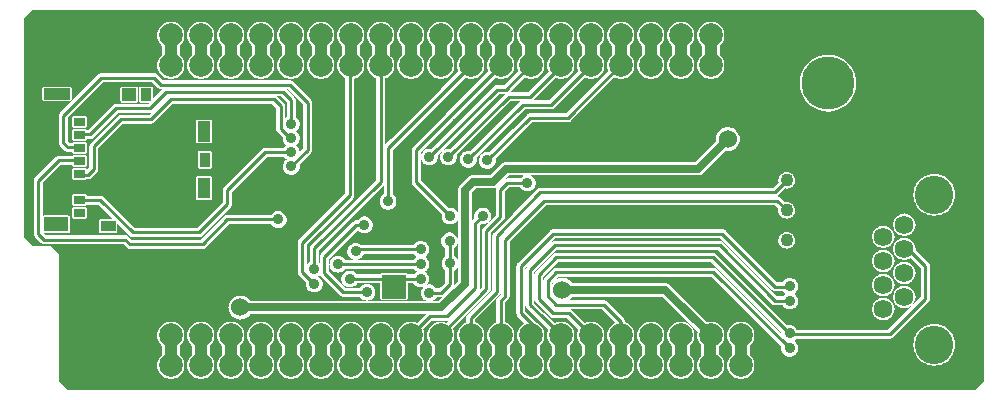
<source format=gbr>
G04 start of page 7 for group 5 idx 5 *
G04 Title: (unknown), bottom *
G04 Creator: pcb 20140316 *
G04 CreationDate: jeu. 05 févr. 2015 15:41:37 GMT UTC *
G04 For: clement *
G04 Format: Gerber/RS-274X *
G04 PCB-Dimensions (mil): 3287.40 1358.27 *
G04 PCB-Coordinate-Origin: lower left *
%MOIN*%
%FSLAX25Y25*%
%LNBOTTOM*%
%ADD133C,0.0350*%
%ADD132C,0.0217*%
%ADD131C,0.1181*%
%ADD130C,0.1378*%
%ADD129C,0.0354*%
%ADD128C,0.0350*%
%ADD127C,0.0200*%
%ADD126C,0.0600*%
%ADD125C,0.0360*%
%ADD124R,0.0406X0.0406*%
%ADD123R,0.0354X0.0354*%
%ADD122R,0.0413X0.0413*%
%ADD121R,0.0374X0.0374*%
%ADD120R,0.0469X0.0469*%
%ADD119R,0.0276X0.0276*%
%ADD118R,0.0346X0.0346*%
%ADD117C,0.1280*%
%ADD116C,0.0626*%
%ADD115C,0.0433*%
%ADD114C,0.1575*%
%ADD113C,0.1772*%
%ADD112C,0.0787*%
%ADD111C,0.0400*%
%ADD110C,0.0250*%
%ADD109C,0.0100*%
%ADD108C,0.0001*%
G54D108*G36*
X165549Y100272D02*X168076D01*
X168013Y100233D01*
X168013Y100233D01*
X167834Y100080D01*
X167795Y100035D01*
X165549Y97789D01*
Y100272D01*
G37*
G36*
X296097Y47322D02*X296102Y47322D01*
X296688Y47368D01*
X297259Y47505D01*
X297801Y47729D01*
X298281Y48023D01*
X301650Y44654D01*
Y35070D01*
X296097Y29517D01*
Y31259D01*
X296102Y31259D01*
X296688Y31305D01*
X297259Y31442D01*
X297801Y31666D01*
X298302Y31973D01*
X298748Y32354D01*
X299129Y32801D01*
X299436Y33301D01*
X299661Y33844D01*
X299798Y34415D01*
X299832Y35000D01*
X299798Y35585D01*
X299661Y36156D01*
X299436Y36699D01*
X299129Y37199D01*
X298748Y37646D01*
X298302Y38027D01*
X297801Y38334D01*
X297259Y38558D01*
X296688Y38695D01*
X296102Y38741D01*
X296097Y38741D01*
Y39291D01*
X296102Y39290D01*
X296688Y39336D01*
X297259Y39473D01*
X297801Y39698D01*
X298302Y40005D01*
X298748Y40386D01*
X299129Y40832D01*
X299436Y41333D01*
X299661Y41875D01*
X299798Y42446D01*
X299832Y43031D01*
X299798Y43617D01*
X299661Y44188D01*
X299436Y44730D01*
X299129Y45231D01*
X298748Y45677D01*
X298302Y46058D01*
X297801Y46365D01*
X297259Y46590D01*
X296688Y46727D01*
X296102Y46773D01*
X296097Y46772D01*
Y47322D01*
G37*
G36*
X306092Y130807D02*X319587D01*
X322539Y127854D01*
Y6791D01*
X319587Y3839D01*
X306092D01*
Y12076D01*
X306102Y12075D01*
X307200Y12162D01*
X308271Y12419D01*
X309289Y12840D01*
X310228Y13416D01*
X311066Y14131D01*
X311781Y14969D01*
X312357Y15908D01*
X312778Y16925D01*
X313035Y17996D01*
X313100Y19094D01*
X313035Y20193D01*
X312778Y21264D01*
X312357Y22281D01*
X311781Y23220D01*
X311066Y24058D01*
X310228Y24773D01*
X309289Y25349D01*
X308271Y25770D01*
X307200Y26027D01*
X306102Y26114D01*
X306092Y26113D01*
Y62076D01*
X306102Y62075D01*
X307200Y62162D01*
X308271Y62419D01*
X309289Y62840D01*
X310228Y63416D01*
X311066Y64131D01*
X311781Y64969D01*
X312357Y65908D01*
X312778Y66925D01*
X313035Y67996D01*
X313100Y69094D01*
X313035Y70193D01*
X312778Y71264D01*
X312357Y72281D01*
X311781Y73220D01*
X311066Y74058D01*
X310228Y74773D01*
X309289Y75349D01*
X308271Y75770D01*
X307200Y76027D01*
X306102Y76114D01*
X306092Y76113D01*
Y130807D01*
G37*
G36*
X296097D02*X306092D01*
Y76113D01*
X305004Y76027D01*
X303933Y75770D01*
X302916Y75349D01*
X301977Y74773D01*
X301139Y74058D01*
X300424Y73220D01*
X299848Y72281D01*
X299427Y71264D01*
X299170Y70193D01*
X299083Y69094D01*
X299170Y67996D01*
X299427Y66925D01*
X299848Y65908D01*
X300424Y64969D01*
X301139Y64131D01*
X301977Y63416D01*
X302916Y62840D01*
X303933Y62419D01*
X305004Y62162D01*
X306092Y62076D01*
Y26113D01*
X305004Y26027D01*
X303933Y25770D01*
X302916Y25349D01*
X301977Y24773D01*
X301139Y24058D01*
X300424Y23220D01*
X299848Y22281D01*
X299427Y21264D01*
X299170Y20193D01*
X299083Y19094D01*
X299170Y17996D01*
X299427Y16925D01*
X299848Y15908D01*
X300424Y14969D01*
X301139Y14131D01*
X301977Y13416D01*
X302916Y12840D01*
X303933Y12419D01*
X305004Y12162D01*
X306092Y12076D01*
Y3839D01*
X296097D01*
Y25275D01*
X304169Y33347D01*
X304214Y33385D01*
X304367Y33564D01*
X304367Y33564D01*
X304490Y33766D01*
X304581Y33984D01*
X304636Y34213D01*
X304654Y34449D01*
X304650Y34508D01*
Y45217D01*
X304654Y45276D01*
X304636Y45511D01*
X304636Y45511D01*
X304581Y45741D01*
X304490Y45959D01*
X304367Y46160D01*
X304214Y46340D01*
X304169Y46378D01*
X299813Y50734D01*
X299832Y51063D01*
X299798Y51648D01*
X299661Y52219D01*
X299436Y52762D01*
X299129Y53262D01*
X298748Y53709D01*
X298302Y54090D01*
X297801Y54397D01*
X297259Y54621D01*
X296688Y54758D01*
X296102Y54804D01*
X296097Y54804D01*
Y55354D01*
X296102Y55353D01*
X296688Y55399D01*
X297259Y55536D01*
X297801Y55761D01*
X298302Y56068D01*
X298748Y56449D01*
X299129Y56895D01*
X299436Y57396D01*
X299661Y57938D01*
X299798Y58509D01*
X299832Y59094D01*
X299798Y59680D01*
X299661Y60251D01*
X299436Y60793D01*
X299129Y61294D01*
X298748Y61740D01*
X298302Y62121D01*
X297801Y62428D01*
X297259Y62653D01*
X296688Y62790D01*
X296102Y62836D01*
X296097Y62835D01*
Y130807D01*
G37*
G36*
Y3839D02*X270655D01*
Y21138D01*
X291280D01*
X291339Y21133D01*
X291574Y21152D01*
X291574Y21152D01*
X291804Y21207D01*
X292022Y21297D01*
X292223Y21421D01*
X292403Y21574D01*
X292441Y21619D01*
X296097Y25275D01*
Y3839D01*
G37*
G36*
X289089Y130807D02*X296097D01*
Y62835D01*
X295517Y62790D01*
X294946Y62653D01*
X294404Y62428D01*
X293903Y62121D01*
X293457Y61740D01*
X293075Y61294D01*
X292769Y60793D01*
X292544Y60251D01*
X292407Y59680D01*
X292361Y59094D01*
X292407Y58509D01*
X292544Y57938D01*
X292769Y57396D01*
X293075Y56895D01*
X293457Y56449D01*
X293903Y56068D01*
X294404Y55761D01*
X294946Y55536D01*
X295517Y55399D01*
X296097Y55354D01*
Y54804D01*
X295517Y54758D01*
X294946Y54621D01*
X294404Y54397D01*
X293903Y54090D01*
X293457Y53709D01*
X293075Y53262D01*
X292769Y52762D01*
X292544Y52219D01*
X292407Y51648D01*
X292361Y51063D01*
X292407Y50478D01*
X292544Y49907D01*
X292769Y49364D01*
X293075Y48864D01*
X293457Y48417D01*
X293903Y48036D01*
X294404Y47729D01*
X294946Y47505D01*
X295517Y47368D01*
X296097Y47322D01*
Y46772D01*
X295517Y46727D01*
X294946Y46590D01*
X294404Y46365D01*
X293903Y46058D01*
X293457Y45677D01*
X293075Y45231D01*
X292769Y44730D01*
X292544Y44188D01*
X292407Y43617D01*
X292361Y43031D01*
X292407Y42446D01*
X292544Y41875D01*
X292769Y41333D01*
X293075Y40832D01*
X293457Y40386D01*
X293903Y40005D01*
X294404Y39698D01*
X294946Y39473D01*
X295517Y39336D01*
X296097Y39291D01*
Y38741D01*
X295517Y38695D01*
X294946Y38558D01*
X294404Y38334D01*
X293903Y38027D01*
X293457Y37646D01*
X293075Y37199D01*
X292769Y36699D01*
X292544Y36156D01*
X292407Y35585D01*
X292361Y35000D01*
X292407Y34415D01*
X292544Y33844D01*
X292769Y33301D01*
X293075Y32801D01*
X293457Y32354D01*
X293903Y31973D01*
X294404Y31666D01*
X294946Y31442D01*
X295517Y31305D01*
X296097Y31259D01*
Y29517D01*
X290717Y24138D01*
X289089D01*
Y27243D01*
X289094Y27243D01*
X289680Y27289D01*
X290251Y27426D01*
X290793Y27651D01*
X291294Y27957D01*
X291740Y28339D01*
X292121Y28785D01*
X292428Y29286D01*
X292653Y29828D01*
X292790Y30399D01*
X292824Y30984D01*
X292790Y31570D01*
X292653Y32140D01*
X292428Y32683D01*
X292121Y33183D01*
X291740Y33630D01*
X291294Y34011D01*
X290793Y34318D01*
X290251Y34543D01*
X289680Y34680D01*
X289094Y34726D01*
X289089Y34725D01*
Y35275D01*
X289094Y35274D01*
X289680Y35320D01*
X290251Y35457D01*
X290793Y35682D01*
X291294Y35989D01*
X291740Y36370D01*
X292121Y36817D01*
X292428Y37317D01*
X292653Y37860D01*
X292790Y38430D01*
X292824Y39016D01*
X292790Y39601D01*
X292653Y40172D01*
X292428Y40714D01*
X292121Y41215D01*
X291740Y41661D01*
X291294Y42043D01*
X290793Y42349D01*
X290251Y42574D01*
X289680Y42711D01*
X289094Y42757D01*
X289089Y42757D01*
Y43306D01*
X289094Y43306D01*
X289680Y43352D01*
X290251Y43489D01*
X290793Y43714D01*
X291294Y44020D01*
X291740Y44402D01*
X292121Y44848D01*
X292428Y45349D01*
X292653Y45891D01*
X292790Y46462D01*
X292824Y47047D01*
X292790Y47633D01*
X292653Y48203D01*
X292428Y48746D01*
X292121Y49246D01*
X291740Y49693D01*
X291294Y50074D01*
X290793Y50381D01*
X290251Y50606D01*
X289680Y50743D01*
X289094Y50789D01*
X289089Y50788D01*
Y51338D01*
X289094Y51337D01*
X289680Y51383D01*
X290251Y51520D01*
X290793Y51745D01*
X291294Y52052D01*
X291740Y52433D01*
X292121Y52880D01*
X292428Y53380D01*
X292653Y53923D01*
X292790Y54493D01*
X292824Y55079D01*
X292790Y55664D01*
X292653Y56235D01*
X292428Y56777D01*
X292121Y57278D01*
X291740Y57724D01*
X291294Y58106D01*
X290793Y58412D01*
X290251Y58637D01*
X289680Y58774D01*
X289094Y58820D01*
X289089Y58820D01*
Y130807D01*
G37*
G36*
X270655D02*X289089D01*
Y58820D01*
X288509Y58774D01*
X287938Y58637D01*
X287396Y58412D01*
X286895Y58106D01*
X286449Y57724D01*
X286068Y57278D01*
X285761Y56777D01*
X285536Y56235D01*
X285399Y55664D01*
X285353Y55079D01*
X285399Y54493D01*
X285536Y53923D01*
X285761Y53380D01*
X286068Y52880D01*
X286449Y52433D01*
X286895Y52052D01*
X287396Y51745D01*
X287938Y51520D01*
X288509Y51383D01*
X289089Y51338D01*
Y50788D01*
X288509Y50743D01*
X287938Y50606D01*
X287396Y50381D01*
X286895Y50074D01*
X286449Y49693D01*
X286068Y49246D01*
X285761Y48746D01*
X285536Y48203D01*
X285399Y47633D01*
X285353Y47047D01*
X285399Y46462D01*
X285536Y45891D01*
X285761Y45349D01*
X286068Y44848D01*
X286449Y44402D01*
X286895Y44020D01*
X287396Y43714D01*
X287938Y43489D01*
X288509Y43352D01*
X289089Y43306D01*
Y42757D01*
X288509Y42711D01*
X287938Y42574D01*
X287396Y42349D01*
X286895Y42043D01*
X286449Y41661D01*
X286068Y41215D01*
X285761Y40714D01*
X285536Y40172D01*
X285399Y39601D01*
X285353Y39016D01*
X285399Y38430D01*
X285536Y37860D01*
X285761Y37317D01*
X286068Y36817D01*
X286449Y36370D01*
X286895Y35989D01*
X287396Y35682D01*
X287938Y35457D01*
X288509Y35320D01*
X289089Y35275D01*
Y34725D01*
X288509Y34680D01*
X287938Y34543D01*
X287396Y34318D01*
X286895Y34011D01*
X286449Y33630D01*
X286068Y33183D01*
X285761Y32683D01*
X285536Y32140D01*
X285399Y31570D01*
X285353Y30984D01*
X285399Y30399D01*
X285536Y29828D01*
X285761Y29286D01*
X286068Y28785D01*
X286449Y28339D01*
X286895Y27957D01*
X287396Y27651D01*
X287938Y27426D01*
X288509Y27289D01*
X289089Y27243D01*
Y24138D01*
X270655D01*
Y96813D01*
X270669Y96812D01*
X272153Y96929D01*
X273601Y97276D01*
X274976Y97846D01*
X276246Y98624D01*
X277378Y99591D01*
X278345Y100723D01*
X279123Y101992D01*
X279692Y103367D01*
X280040Y104815D01*
X280128Y106299D01*
X280040Y107783D01*
X279692Y109231D01*
X279123Y110606D01*
X278345Y111876D01*
X277378Y113008D01*
X276246Y113975D01*
X274976Y114753D01*
X273601Y115322D01*
X272153Y115670D01*
X270669Y115787D01*
X270655Y115786D01*
Y130807D01*
G37*
G36*
Y3839D02*X241568D01*
Y7654D01*
X241575Y7654D01*
X242287Y7710D01*
X242981Y7876D01*
X243641Y8150D01*
X244250Y8523D01*
X244793Y8987D01*
X245257Y9530D01*
X245630Y10139D01*
X245903Y10798D01*
X246070Y11493D01*
X246112Y12205D01*
X246070Y12917D01*
X245903Y13611D01*
X245630Y14271D01*
X245257Y14880D01*
X244793Y15423D01*
X244575Y15609D01*
Y18800D01*
X244793Y18987D01*
X245257Y19530D01*
X245630Y20139D01*
X245903Y20798D01*
X246070Y21493D01*
X246112Y22205D01*
X246070Y22917D01*
X245903Y23611D01*
X245630Y24271D01*
X245257Y24880D01*
X244793Y25423D01*
X244250Y25887D01*
X243641Y26260D01*
X242981Y26533D01*
X242287Y26700D01*
X241575Y26756D01*
X241568Y26755D01*
Y32098D01*
X255141Y18525D01*
X255100Y18353D01*
X255065Y17913D01*
X255100Y17474D01*
X255203Y17045D01*
X255372Y16638D01*
X255602Y16263D01*
X255888Y15927D01*
X256223Y15641D01*
X256599Y15411D01*
X257006Y15242D01*
X257435Y15139D01*
X257874Y15105D01*
X258313Y15139D01*
X258742Y15242D01*
X259149Y15411D01*
X259525Y15641D01*
X259860Y15927D01*
X260146Y16263D01*
X260377Y16638D01*
X260545Y17045D01*
X260648Y17474D01*
X260674Y17913D01*
X260648Y18353D01*
X260545Y18781D01*
X260377Y19188D01*
X260146Y19564D01*
X259860Y19899D01*
X259525Y20186D01*
X259217Y20374D01*
X259525Y20562D01*
X259860Y20849D01*
X260107Y21138D01*
X270655D01*
Y3839D01*
G37*
G36*
X256886Y130807D02*X270655D01*
Y115786D01*
X269185Y115670D01*
X267738Y115322D01*
X266362Y114753D01*
X265093Y113975D01*
X263961Y113008D01*
X262994Y111876D01*
X262216Y110606D01*
X261646Y109231D01*
X261299Y107783D01*
X261182Y106299D01*
X261299Y104815D01*
X261646Y103367D01*
X262216Y101992D01*
X262994Y100723D01*
X263961Y99591D01*
X265093Y98624D01*
X266362Y97846D01*
X267738Y97276D01*
X269185Y96929D01*
X270655Y96813D01*
Y24138D01*
X260359D01*
X260146Y24486D01*
X259860Y24821D01*
X259525Y25107D01*
X259149Y25337D01*
X258742Y25506D01*
X258313Y25609D01*
X257874Y25643D01*
X257435Y25609D01*
X257104Y25529D01*
X256886Y25748D01*
Y31040D01*
X257006Y30990D01*
X257435Y30887D01*
X257874Y30853D01*
X258313Y30887D01*
X258742Y30990D01*
X259149Y31159D01*
X259525Y31389D01*
X259860Y31675D01*
X260146Y32011D01*
X260377Y32386D01*
X260545Y32794D01*
X260648Y33222D01*
X260674Y33661D01*
X260648Y34101D01*
X260545Y34529D01*
X260377Y34937D01*
X260146Y35312D01*
X259860Y35647D01*
X259525Y35934D01*
X259217Y36122D01*
X259525Y36310D01*
X259860Y36597D01*
X260146Y36932D01*
X260377Y37308D01*
X260545Y37715D01*
X260648Y38143D01*
X260674Y38583D01*
X260648Y39022D01*
X260545Y39451D01*
X260377Y39858D01*
X260146Y40234D01*
X259860Y40569D01*
X259525Y40855D01*
X259149Y41085D01*
X258742Y41254D01*
X258313Y41357D01*
X257874Y41391D01*
X257435Y41357D01*
X257006Y41254D01*
X256886Y41204D01*
Y51124D01*
X256890Y51124D01*
X257324Y51158D01*
X257747Y51260D01*
X258149Y51426D01*
X258520Y51654D01*
X258851Y51936D01*
X259134Y52267D01*
X259361Y52638D01*
X259528Y53040D01*
X259629Y53464D01*
X259655Y53898D01*
X259629Y54332D01*
X259528Y54755D01*
X259361Y55157D01*
X259134Y55528D01*
X258851Y55859D01*
X258520Y56142D01*
X258149Y56369D01*
X257747Y56536D01*
X257324Y56637D01*
X256890Y56672D01*
X256886Y56671D01*
Y61124D01*
X256890Y61124D01*
X257324Y61158D01*
X257747Y61260D01*
X258149Y61426D01*
X258520Y61654D01*
X258851Y61936D01*
X259134Y62267D01*
X259361Y62638D01*
X259528Y63040D01*
X259629Y63464D01*
X259655Y63898D01*
X259629Y64332D01*
X259528Y64755D01*
X259361Y65157D01*
X259134Y65528D01*
X258851Y65859D01*
X258520Y66142D01*
X258149Y66369D01*
X257747Y66536D01*
X257324Y66637D01*
X256890Y66672D01*
X256886Y66671D01*
Y71124D01*
X256890Y71124D01*
X257324Y71158D01*
X257747Y71260D01*
X258149Y71426D01*
X258520Y71654D01*
X258851Y71936D01*
X259134Y72267D01*
X259361Y72638D01*
X259528Y73040D01*
X259629Y73464D01*
X259655Y73898D01*
X259629Y74332D01*
X259528Y74755D01*
X259361Y75157D01*
X259134Y75528D01*
X258851Y75859D01*
X258520Y76142D01*
X258149Y76369D01*
X257747Y76536D01*
X257324Y76637D01*
X256890Y76672D01*
X256886Y76671D01*
Y130807D01*
G37*
G36*
Y66671D02*X256456Y66637D01*
X256307Y66602D01*
X254764Y68145D01*
X254725Y68190D01*
X254546Y68343D01*
X254345Y68467D01*
X254126Y68557D01*
X253897Y68612D01*
X253897Y68612D01*
X253698Y68628D01*
X253758Y68665D01*
X253938Y68818D01*
X253976Y68863D01*
X256307Y71194D01*
X256456Y71158D01*
X256886Y71124D01*
Y66671D01*
G37*
G36*
Y41204D02*X256599Y41085D01*
X256223Y40855D01*
X255888Y40569D01*
X255602Y40234D01*
X255389Y39886D01*
X253771D01*
X241568Y52089D01*
Y65626D01*
X253040D01*
X254186Y64480D01*
X254150Y64332D01*
X254116Y63898D01*
X254150Y63464D01*
X254252Y63040D01*
X254418Y62638D01*
X254646Y62267D01*
X254928Y61936D01*
X255259Y61654D01*
X255630Y61426D01*
X256033Y61260D01*
X256456Y61158D01*
X256886Y61124D01*
Y56671D01*
X256456Y56637D01*
X256033Y56536D01*
X255630Y56369D01*
X255259Y56142D01*
X254928Y55859D01*
X254646Y55528D01*
X254418Y55157D01*
X254252Y54755D01*
X254150Y54332D01*
X254116Y53898D01*
X254150Y53464D01*
X254252Y53040D01*
X254418Y52638D01*
X254646Y52267D01*
X254928Y51936D01*
X255259Y51654D01*
X255630Y51426D01*
X256033Y51260D01*
X256456Y51158D01*
X256886Y51124D01*
Y41204D01*
G37*
G36*
Y25748D02*X241568Y41065D01*
Y43122D01*
X252047Y32642D01*
X252086Y32597D01*
X252265Y32444D01*
X252467Y32321D01*
X252685Y32230D01*
X252914Y32175D01*
X253150Y32157D01*
X253208Y32161D01*
X255509D01*
X255602Y32011D01*
X255888Y31675D01*
X256223Y31389D01*
X256599Y31159D01*
X256886Y31040D01*
Y25748D01*
G37*
G36*
X241568Y130807D02*X256886D01*
Y76671D01*
X256456Y76637D01*
X256033Y76536D01*
X255630Y76369D01*
X255259Y76142D01*
X254928Y75859D01*
X254646Y75528D01*
X254418Y75157D01*
X254252Y74755D01*
X254150Y74332D01*
X254116Y73898D01*
X254150Y73464D01*
X254186Y73315D01*
X252253Y71382D01*
X241568D01*
Y130807D01*
G37*
G36*
Y52089D02*X236535Y57121D01*
X236497Y57166D01*
X236317Y57320D01*
X236116Y57443D01*
X235898Y57533D01*
X235668Y57588D01*
X235668Y57588D01*
X235433Y57607D01*
X235374Y57602D01*
X221568D01*
Y65626D01*
X241568D01*
Y52089D01*
G37*
G36*
Y41065D02*X233386Y49247D01*
X233347Y49292D01*
X233168Y49446D01*
X232967Y49569D01*
X232748Y49659D01*
X232519Y49714D01*
X232519Y49714D01*
X232283Y49733D01*
X232225Y49728D01*
X221568D01*
Y50665D01*
X234024D01*
X241568Y43122D01*
Y41065D01*
G37*
G36*
Y3839D02*X221568D01*
Y7654D01*
X221575Y7654D01*
X222287Y7710D01*
X222981Y7876D01*
X223641Y8150D01*
X224250Y8523D01*
X224793Y8987D01*
X225257Y9530D01*
X225630Y10139D01*
X225903Y10798D01*
X226070Y11493D01*
X226112Y12205D01*
X226070Y12917D01*
X225903Y13611D01*
X225630Y14271D01*
X225257Y14880D01*
X224793Y15423D01*
X224575Y15609D01*
Y18800D01*
X224793Y18987D01*
X225257Y19530D01*
X225630Y20139D01*
X225903Y20798D01*
X226070Y21493D01*
X226112Y22205D01*
X226070Y22917D01*
X225903Y23611D01*
X225630Y24271D01*
X225257Y24880D01*
X224793Y25423D01*
X224250Y25887D01*
X223641Y26260D01*
X222981Y26533D01*
X222287Y26700D01*
X221575Y26756D01*
X221568Y26755D01*
Y29030D01*
X227196Y23401D01*
X227080Y22917D01*
X227024Y22205D01*
X227080Y21493D01*
X227247Y20798D01*
X227520Y20139D01*
X227893Y19530D01*
X228299Y19054D01*
Y15355D01*
X227893Y14880D01*
X227520Y14271D01*
X227247Y13611D01*
X227080Y12917D01*
X227024Y12205D01*
X227080Y11493D01*
X227247Y10798D01*
X227520Y10139D01*
X227893Y9530D01*
X228357Y8987D01*
X228900Y8523D01*
X229509Y8150D01*
X230168Y7876D01*
X230863Y7710D01*
X231575Y7654D01*
X232287Y7710D01*
X232981Y7876D01*
X233641Y8150D01*
X234250Y8523D01*
X234793Y8987D01*
X235257Y9530D01*
X235630Y10139D01*
X235903Y10798D01*
X236070Y11493D01*
X236112Y12205D01*
X236070Y12917D01*
X235903Y13611D01*
X235630Y14271D01*
X235257Y14880D01*
X234793Y15423D01*
X234299Y15844D01*
Y18565D01*
X234793Y18987D01*
X235257Y19530D01*
X235630Y20139D01*
X235903Y20798D01*
X236070Y21493D01*
X236112Y22205D01*
X236070Y22917D01*
X235903Y23611D01*
X235630Y24271D01*
X235257Y24880D01*
X234793Y25423D01*
X234250Y25887D01*
X233641Y26260D01*
X232981Y26533D01*
X232287Y26700D01*
X231575Y26756D01*
X230863Y26700D01*
X230378Y26583D01*
X221568Y35394D01*
Y41807D01*
X231859D01*
X241568Y32098D01*
Y26755D01*
X240863Y26700D01*
X240168Y26533D01*
X239509Y26260D01*
X238900Y25887D01*
X238357Y25423D01*
X237893Y24880D01*
X237520Y24271D01*
X237247Y23611D01*
X237080Y22917D01*
X237024Y22205D01*
X237080Y21493D01*
X237247Y20798D01*
X237520Y20139D01*
X237893Y19530D01*
X238357Y18987D01*
X238575Y18800D01*
Y15609D01*
X238357Y15423D01*
X237893Y14880D01*
X237520Y14271D01*
X237247Y13611D01*
X237080Y12917D01*
X237024Y12205D01*
X237080Y11493D01*
X237247Y10798D01*
X237520Y10139D01*
X237893Y9530D01*
X238357Y8987D01*
X238900Y8523D01*
X239509Y8150D01*
X240168Y7876D01*
X240863Y7710D01*
X241568Y7654D01*
Y3839D01*
G37*
G36*
X231568Y130807D02*X241568D01*
Y71382D01*
X231568D01*
Y78780D01*
X236453Y83665D01*
X236577Y83635D01*
X237205Y83586D01*
X237832Y83635D01*
X238445Y83782D01*
X239026Y84023D01*
X239563Y84352D01*
X240042Y84761D01*
X240451Y85240D01*
X240780Y85777D01*
X241021Y86359D01*
X241168Y86971D01*
X241205Y87598D01*
X241168Y88226D01*
X241021Y88838D01*
X240780Y89420D01*
X240451Y89957D01*
X240042Y90436D01*
X239563Y90844D01*
X239026Y91173D01*
X238445Y91414D01*
X237832Y91561D01*
X237205Y91611D01*
X236577Y91561D01*
X235965Y91414D01*
X235383Y91173D01*
X234846Y90844D01*
X234368Y90436D01*
X233959Y89957D01*
X233630Y89420D01*
X233389Y88838D01*
X233242Y88226D01*
X233192Y87598D01*
X233242Y86971D01*
X233271Y86847D01*
X231568Y85143D01*
Y107654D01*
X231575Y107654D01*
X232287Y107710D01*
X232981Y107876D01*
X233641Y108150D01*
X234250Y108523D01*
X234793Y108987D01*
X235257Y109530D01*
X235630Y110139D01*
X235903Y110798D01*
X236070Y111493D01*
X236112Y112205D01*
X236070Y112917D01*
X235903Y113611D01*
X235630Y114271D01*
X235257Y114880D01*
X234793Y115423D01*
X234575Y115609D01*
Y118800D01*
X234793Y118987D01*
X235257Y119530D01*
X235630Y120139D01*
X235903Y120798D01*
X236070Y121493D01*
X236112Y122205D01*
X236070Y122917D01*
X235903Y123611D01*
X235630Y124271D01*
X235257Y124880D01*
X234793Y125423D01*
X234250Y125887D01*
X233641Y126260D01*
X232981Y126533D01*
X232287Y126700D01*
X231575Y126756D01*
X231568Y126755D01*
Y130807D01*
G37*
G36*
Y71382D02*X221568D01*
Y75506D01*
X227274D01*
X227362Y75499D01*
X227715Y75527D01*
X227715D01*
X227715Y75527D01*
X228060Y75609D01*
X228387Y75745D01*
X228689Y75930D01*
X228958Y76160D01*
X229016Y76227D01*
X231568Y78780D01*
Y71382D01*
G37*
G36*
X221568Y130807D02*X231568D01*
Y126755D01*
X230863Y126700D01*
X230168Y126533D01*
X229509Y126260D01*
X228900Y125887D01*
X228357Y125423D01*
X227893Y124880D01*
X227520Y124271D01*
X227247Y123611D01*
X227080Y122917D01*
X227024Y122205D01*
X227080Y121493D01*
X227247Y120798D01*
X227520Y120139D01*
X227893Y119530D01*
X228357Y118987D01*
X228575Y118800D01*
Y115609D01*
X228357Y115423D01*
X227893Y114880D01*
X227520Y114271D01*
X227247Y113611D01*
X227080Y112917D01*
X227024Y112205D01*
X227080Y111493D01*
X227247Y110798D01*
X227520Y110139D01*
X227893Y109530D01*
X228357Y108987D01*
X228900Y108523D01*
X229509Y108150D01*
X230168Y107876D01*
X230863Y107710D01*
X231568Y107654D01*
Y85143D01*
X226430Y80006D01*
X221568D01*
Y107654D01*
X221575Y107654D01*
X222287Y107710D01*
X222981Y107876D01*
X223641Y108150D01*
X224250Y108523D01*
X224793Y108987D01*
X225257Y109530D01*
X225630Y110139D01*
X225903Y110798D01*
X226070Y111493D01*
X226112Y112205D01*
X226070Y112917D01*
X225903Y113611D01*
X225630Y114271D01*
X225257Y114880D01*
X224793Y115423D01*
X224575Y115609D01*
Y118800D01*
X224793Y118987D01*
X225257Y119530D01*
X225630Y120139D01*
X225903Y120798D01*
X226070Y121493D01*
X226112Y122205D01*
X226070Y122917D01*
X225903Y123611D01*
X225630Y124271D01*
X225257Y124880D01*
X224793Y125423D01*
X224250Y125887D01*
X223641Y126260D01*
X222981Y126533D01*
X222287Y126700D01*
X221575Y126756D01*
X221568Y126755D01*
Y130807D01*
G37*
G36*
Y71382D02*X211568D01*
Y75506D01*
X221568D01*
Y71382D01*
G37*
G36*
Y57602D02*X211568D01*
Y65626D01*
X221568D01*
Y57602D01*
G37*
G36*
Y49728D02*X211568D01*
Y50665D01*
X221568D01*
Y49728D01*
G37*
G36*
Y35394D02*X218031Y38930D01*
X217974Y38997D01*
X217705Y39227D01*
X217403Y39413D01*
X217075Y39548D01*
X216731Y39631D01*
X216731Y39631D01*
X216378Y39659D01*
X216290Y39652D01*
X211568D01*
Y41807D01*
X221568D01*
Y35394D01*
G37*
G36*
Y3839D02*X211568D01*
Y7654D01*
X211575Y7654D01*
X212287Y7710D01*
X212981Y7876D01*
X213641Y8150D01*
X214250Y8523D01*
X214793Y8987D01*
X215257Y9530D01*
X215630Y10139D01*
X215903Y10798D01*
X216070Y11493D01*
X216112Y12205D01*
X216070Y12917D01*
X215903Y13611D01*
X215630Y14271D01*
X215257Y14880D01*
X214793Y15423D01*
X214575Y15609D01*
Y18800D01*
X214793Y18987D01*
X215257Y19530D01*
X215630Y20139D01*
X215903Y20798D01*
X216070Y21493D01*
X216112Y22205D01*
X216070Y22917D01*
X215903Y23611D01*
X215630Y24271D01*
X215257Y24880D01*
X214793Y25423D01*
X214250Y25887D01*
X213641Y26260D01*
X212981Y26533D01*
X212287Y26700D01*
X211575Y26756D01*
X211568Y26755D01*
Y35152D01*
X215446D01*
X221568Y29030D01*
Y26755D01*
X220863Y26700D01*
X220168Y26533D01*
X219509Y26260D01*
X218900Y25887D01*
X218357Y25423D01*
X217893Y24880D01*
X217520Y24271D01*
X217247Y23611D01*
X217080Y22917D01*
X217024Y22205D01*
X217080Y21493D01*
X217247Y20798D01*
X217520Y20139D01*
X217893Y19530D01*
X218357Y18987D01*
X218575Y18800D01*
Y15609D01*
X218357Y15423D01*
X217893Y14880D01*
X217520Y14271D01*
X217247Y13611D01*
X217080Y12917D01*
X217024Y12205D01*
X217080Y11493D01*
X217247Y10798D01*
X217520Y10139D01*
X217893Y9530D01*
X218357Y8987D01*
X218900Y8523D01*
X219509Y8150D01*
X220168Y7876D01*
X220863Y7710D01*
X221568Y7654D01*
Y3839D01*
G37*
G36*
X211568Y130807D02*X221568D01*
Y126755D01*
X220863Y126700D01*
X220168Y126533D01*
X219509Y126260D01*
X218900Y125887D01*
X218357Y125423D01*
X217893Y124880D01*
X217520Y124271D01*
X217247Y123611D01*
X217080Y122917D01*
X217024Y122205D01*
X217080Y121493D01*
X217247Y120798D01*
X217520Y120139D01*
X217893Y119530D01*
X218357Y118987D01*
X218575Y118800D01*
Y115609D01*
X218357Y115423D01*
X217893Y114880D01*
X217520Y114271D01*
X217247Y113611D01*
X217080Y112917D01*
X217024Y112205D01*
X217080Y111493D01*
X217247Y110798D01*
X217520Y110139D01*
X217893Y109530D01*
X218357Y108987D01*
X218900Y108523D01*
X219509Y108150D01*
X220168Y107876D01*
X220863Y107710D01*
X221568Y107654D01*
Y80006D01*
X211568D01*
Y107654D01*
X211575Y107654D01*
X212287Y107710D01*
X212981Y107876D01*
X213641Y108150D01*
X214250Y108523D01*
X214793Y108987D01*
X215257Y109530D01*
X215630Y110139D01*
X215903Y110798D01*
X216070Y111493D01*
X216112Y112205D01*
X216070Y112917D01*
X215903Y113611D01*
X215630Y114271D01*
X215257Y114880D01*
X214793Y115423D01*
X214575Y115609D01*
Y118800D01*
X214793Y118987D01*
X215257Y119530D01*
X215630Y120139D01*
X215903Y120798D01*
X216070Y121493D01*
X216112Y122205D01*
X216070Y122917D01*
X215903Y123611D01*
X215630Y124271D01*
X215257Y124880D01*
X214793Y125423D01*
X214250Y125887D01*
X213641Y126260D01*
X212981Y126533D01*
X212287Y126700D01*
X211575Y126756D01*
X211568Y126755D01*
Y130807D01*
G37*
G36*
Y49728D02*X185827D01*
X185827Y49728D01*
X180177D01*
X180118Y49733D01*
X179883Y49714D01*
X179653Y49659D01*
X179435Y49569D01*
X179234Y49446D01*
X179233Y49445D01*
X179054Y49292D01*
X179016Y49247D01*
X173194Y43425D01*
X173149Y43387D01*
X172995Y43207D01*
X172872Y43006D01*
X172782Y42788D01*
X172760Y42697D01*
Y43276D01*
X180149Y50665D01*
X211568D01*
Y49728D01*
G37*
G36*
Y39652D02*X185399D01*
X185333Y39760D01*
X184924Y40239D01*
X184445Y40648D01*
X183908Y40977D01*
X183326Y41218D01*
X182714Y41365D01*
X182087Y41414D01*
X181459Y41365D01*
X180847Y41218D01*
X180265Y40977D01*
X179728Y40648D01*
X179249Y40239D01*
X178841Y39760D01*
X178665Y39474D01*
Y39733D01*
X180739Y41807D01*
X187008D01*
X187008Y41807D01*
X211568D01*
Y39652D01*
G37*
G36*
Y71382D02*X174862D01*
X174803Y71387D01*
X174568Y71368D01*
X174338Y71313D01*
X174120Y71223D01*
X173919Y71099D01*
X173919Y71099D01*
X173739Y70946D01*
X173701Y70901D01*
X165549Y62749D01*
Y71531D01*
X168108D01*
X168200Y71381D01*
X168486Y71045D01*
X168822Y70759D01*
X169197Y70529D01*
X169605Y70360D01*
X170033Y70257D01*
X170472Y70223D01*
X170912Y70257D01*
X171340Y70360D01*
X171748Y70529D01*
X172123Y70759D01*
X172458Y71045D01*
X172745Y71381D01*
X172975Y71756D01*
X173144Y72164D01*
X173246Y72592D01*
X173272Y73031D01*
X173246Y73471D01*
X173144Y73899D01*
X172975Y74307D01*
X172745Y74682D01*
X172458Y75018D01*
X172123Y75304D01*
X171793Y75506D01*
X211568D01*
Y71382D01*
G37*
G36*
Y3839D02*X165549D01*
Y10007D01*
X165630Y10139D01*
X165903Y10798D01*
X166070Y11493D01*
X166112Y12205D01*
X166070Y12917D01*
X165903Y13611D01*
X165630Y14271D01*
X165549Y14402D01*
Y20007D01*
X165630Y20139D01*
X165903Y20798D01*
X166070Y21493D01*
X166112Y22205D01*
X166070Y22917D01*
X165903Y23611D01*
X165630Y24271D01*
X165549Y24402D01*
Y54570D01*
X176606Y65626D01*
X211568D01*
Y57602D01*
X179193D01*
X179134Y57607D01*
X178898Y57588D01*
X178669Y57533D01*
X178451Y57443D01*
X178249Y57320D01*
X178249Y57320D01*
X178070Y57166D01*
X178032Y57121D01*
X167288Y46378D01*
X167243Y46340D01*
X167090Y46160D01*
X166966Y45959D01*
X166876Y45741D01*
X166821Y45511D01*
X166821Y45511D01*
X166802Y45276D01*
X166807Y45217D01*
Y29586D01*
X166802Y29528D01*
X166821Y29292D01*
X166876Y29063D01*
X166966Y28844D01*
X167090Y28643D01*
X167243Y28464D01*
X167288Y28425D01*
X169475Y26239D01*
X168900Y25887D01*
X168357Y25423D01*
X167893Y24880D01*
X167520Y24271D01*
X167247Y23611D01*
X167080Y22917D01*
X167024Y22205D01*
X167080Y21493D01*
X167247Y20798D01*
X167520Y20139D01*
X167893Y19530D01*
X168357Y18987D01*
X168575Y18800D01*
Y15609D01*
X168357Y15423D01*
X167893Y14880D01*
X167520Y14271D01*
X167247Y13611D01*
X167080Y12917D01*
X167024Y12205D01*
X167080Y11493D01*
X167247Y10798D01*
X167520Y10139D01*
X167893Y9530D01*
X168357Y8987D01*
X168900Y8523D01*
X169509Y8150D01*
X170168Y7876D01*
X170863Y7710D01*
X171575Y7654D01*
X172287Y7710D01*
X172981Y7876D01*
X173641Y8150D01*
X174250Y8523D01*
X174793Y8987D01*
X175257Y9530D01*
X175630Y10139D01*
X175903Y10798D01*
X176070Y11493D01*
X176112Y12205D01*
X176070Y12917D01*
X175903Y13611D01*
X175630Y14271D01*
X175257Y14880D01*
X174793Y15423D01*
X174575Y15609D01*
Y18800D01*
X174793Y18987D01*
X175257Y19530D01*
X175630Y20139D01*
X175903Y20798D01*
X176070Y21493D01*
X176112Y22205D01*
X176070Y22917D01*
X175903Y23611D01*
X175630Y24271D01*
X175257Y24880D01*
X174793Y25423D01*
X174250Y25887D01*
X173641Y26260D01*
X173577Y26286D01*
X173461Y26475D01*
X173308Y26654D01*
X173263Y26693D01*
X169807Y30149D01*
Y32106D01*
X169829Y32015D01*
X169919Y31797D01*
X170043Y31596D01*
X170196Y31416D01*
X170241Y31378D01*
X174136Y27483D01*
X174312Y27326D01*
X174363Y27295D01*
X177481Y24177D01*
X177247Y23611D01*
X177080Y22917D01*
X177024Y22205D01*
X177080Y21493D01*
X177247Y20798D01*
X177520Y20139D01*
X177893Y19530D01*
X178357Y18987D01*
X178575Y18800D01*
Y15609D01*
X178357Y15423D01*
X177893Y14880D01*
X177520Y14271D01*
X177247Y13611D01*
X177080Y12917D01*
X177024Y12205D01*
X177080Y11493D01*
X177247Y10798D01*
X177520Y10139D01*
X177893Y9530D01*
X178357Y8987D01*
X178900Y8523D01*
X179509Y8150D01*
X180168Y7876D01*
X180863Y7710D01*
X181575Y7654D01*
X182287Y7710D01*
X182981Y7876D01*
X183641Y8150D01*
X184250Y8523D01*
X184793Y8987D01*
X185257Y9530D01*
X185630Y10139D01*
X185903Y10798D01*
X186070Y11493D01*
X186112Y12205D01*
X186070Y12917D01*
X185903Y13611D01*
X185630Y14271D01*
X185257Y14880D01*
X184793Y15423D01*
X184575Y15609D01*
Y18800D01*
X184793Y18987D01*
X185257Y19530D01*
X185630Y20139D01*
X185903Y20798D01*
X186070Y21493D01*
X186112Y22205D01*
X186070Y22917D01*
X185903Y23611D01*
X185630Y24271D01*
X185257Y24880D01*
X184793Y25423D01*
X184250Y25887D01*
X183641Y26260D01*
X182981Y26533D01*
X182287Y26700D01*
X181575Y26756D01*
X180863Y26700D01*
X180168Y26533D01*
X179602Y26298D01*
X176297Y29604D01*
X176121Y29761D01*
X176070Y29792D01*
X172760Y33102D01*
Y34075D01*
X172782Y33984D01*
X172872Y33766D01*
X172995Y33564D01*
X173149Y33385D01*
X173194Y33347D01*
X178032Y28508D01*
X178070Y28464D01*
X178249Y28310D01*
X178249Y28310D01*
X178451Y28187D01*
X178669Y28097D01*
X178898Y28041D01*
X179134Y28023D01*
X179193Y28028D01*
X183631D01*
X187481Y24177D01*
X187247Y23611D01*
X187080Y22917D01*
X187024Y22205D01*
X187080Y21493D01*
X187247Y20798D01*
X187520Y20139D01*
X187893Y19530D01*
X188357Y18987D01*
X188575Y18800D01*
Y15609D01*
X188357Y15423D01*
X187893Y14880D01*
X187520Y14271D01*
X187247Y13611D01*
X187080Y12917D01*
X187024Y12205D01*
X187080Y11493D01*
X187247Y10798D01*
X187520Y10139D01*
X187893Y9530D01*
X188357Y8987D01*
X188900Y8523D01*
X189509Y8150D01*
X190168Y7876D01*
X190863Y7710D01*
X191575Y7654D01*
X192287Y7710D01*
X192981Y7876D01*
X193641Y8150D01*
X194250Y8523D01*
X194793Y8987D01*
X195257Y9530D01*
X195630Y10139D01*
X195903Y10798D01*
X196070Y11493D01*
X196112Y12205D01*
X196070Y12917D01*
X195903Y13611D01*
X195630Y14271D01*
X195257Y14880D01*
X194793Y15423D01*
X194575Y15609D01*
Y18800D01*
X194793Y18987D01*
X195257Y19530D01*
X195630Y20139D01*
X195903Y20798D01*
X196070Y21493D01*
X196112Y22205D01*
X196070Y22917D01*
X195903Y23611D01*
X195630Y24271D01*
X195257Y24880D01*
X194793Y25423D01*
X194250Y25887D01*
X193641Y26260D01*
X192981Y26533D01*
X192287Y26700D01*
X191575Y26756D01*
X190863Y26700D01*
X190168Y26533D01*
X189602Y26298D01*
X185354Y30547D01*
X185316Y30591D01*
X185136Y30745D01*
X184935Y30868D01*
X184717Y30959D01*
X184626Y30980D01*
X195245D01*
X199832Y26393D01*
X199509Y26260D01*
X198900Y25887D01*
X198357Y25423D01*
X197893Y24880D01*
X197520Y24271D01*
X197247Y23611D01*
X197080Y22917D01*
X197024Y22205D01*
X197080Y21493D01*
X197247Y20798D01*
X197520Y20139D01*
X197893Y19530D01*
X198357Y18987D01*
X198575Y18800D01*
Y15609D01*
X198357Y15423D01*
X197893Y14880D01*
X197520Y14271D01*
X197247Y13611D01*
X197080Y12917D01*
X197024Y12205D01*
X197080Y11493D01*
X197247Y10798D01*
X197520Y10139D01*
X197893Y9530D01*
X198357Y8987D01*
X198900Y8523D01*
X199509Y8150D01*
X200168Y7876D01*
X200863Y7710D01*
X201575Y7654D01*
X202287Y7710D01*
X202981Y7876D01*
X203641Y8150D01*
X204250Y8523D01*
X204793Y8987D01*
X205257Y9530D01*
X205630Y10139D01*
X205903Y10798D01*
X206070Y11493D01*
X206112Y12205D01*
X206070Y12917D01*
X205903Y13611D01*
X205630Y14271D01*
X205257Y14880D01*
X204793Y15423D01*
X204575Y15609D01*
Y18800D01*
X204793Y18987D01*
X205257Y19530D01*
X205630Y20139D01*
X205903Y20798D01*
X206070Y21493D01*
X206112Y22205D01*
X206070Y22917D01*
X205903Y23611D01*
X205630Y24271D01*
X205257Y24880D01*
X204793Y25423D01*
X204250Y25887D01*
X203641Y26260D01*
X203075Y26494D01*
Y26713D01*
X203079Y26772D01*
X203061Y27007D01*
X203061Y27007D01*
X203006Y27237D01*
X202915Y27455D01*
X202792Y27656D01*
X202639Y27836D01*
X202594Y27874D01*
X196968Y33499D01*
X196930Y33544D01*
X196751Y33698D01*
X196549Y33821D01*
X196331Y33911D01*
X196102Y33966D01*
X196101Y33966D01*
X195866Y33985D01*
X195807Y33980D01*
X184159D01*
X184445Y34156D01*
X184924Y34564D01*
X185333Y35043D01*
X185399Y35152D01*
X211568D01*
Y26755D01*
X210863Y26700D01*
X210168Y26533D01*
X209509Y26260D01*
X208900Y25887D01*
X208357Y25423D01*
X207893Y24880D01*
X207520Y24271D01*
X207247Y23611D01*
X207080Y22917D01*
X207024Y22205D01*
X207080Y21493D01*
X207247Y20798D01*
X207520Y20139D01*
X207893Y19530D01*
X208357Y18987D01*
X208575Y18800D01*
Y15609D01*
X208357Y15423D01*
X207893Y14880D01*
X207520Y14271D01*
X207247Y13611D01*
X207080Y12917D01*
X207024Y12205D01*
X207080Y11493D01*
X207247Y10798D01*
X207520Y10139D01*
X207893Y9530D01*
X208357Y8987D01*
X208900Y8523D01*
X209509Y8150D01*
X210168Y7876D01*
X210863Y7710D01*
X211568Y7654D01*
Y3839D01*
G37*
G36*
X165549Y130807D02*X211568D01*
Y126755D01*
X210863Y126700D01*
X210168Y126533D01*
X209509Y126260D01*
X208900Y125887D01*
X208357Y125423D01*
X207893Y124880D01*
X207520Y124271D01*
X207247Y123611D01*
X207080Y122917D01*
X207024Y122205D01*
X207080Y121493D01*
X207247Y120798D01*
X207520Y120139D01*
X207893Y119530D01*
X208357Y118987D01*
X208575Y118800D01*
Y115609D01*
X208357Y115423D01*
X207893Y114880D01*
X207520Y114271D01*
X207247Y113611D01*
X207080Y112917D01*
X207024Y112205D01*
X207080Y111493D01*
X207247Y110798D01*
X207520Y110139D01*
X207893Y109530D01*
X208357Y108987D01*
X208900Y108523D01*
X209509Y108150D01*
X210168Y107876D01*
X210863Y107710D01*
X211568Y107654D01*
Y80006D01*
X165549D01*
Y86853D01*
X171881Y93185D01*
X183800D01*
X183858Y93180D01*
X184093Y93199D01*
X184094Y93199D01*
X184323Y93254D01*
X184541Y93344D01*
X184743Y93468D01*
X184922Y93621D01*
X184961Y93666D01*
X199469Y108174D01*
X199509Y108150D01*
X200168Y107876D01*
X200863Y107710D01*
X201575Y107654D01*
X202287Y107710D01*
X202981Y107876D01*
X203641Y108150D01*
X204250Y108523D01*
X204793Y108987D01*
X205257Y109530D01*
X205630Y110139D01*
X205903Y110798D01*
X206070Y111493D01*
X206112Y112205D01*
X206070Y112917D01*
X205903Y113611D01*
X205630Y114271D01*
X205257Y114880D01*
X204793Y115423D01*
X204575Y115609D01*
Y118800D01*
X204793Y118987D01*
X205257Y119530D01*
X205630Y120139D01*
X205903Y120798D01*
X206070Y121493D01*
X206112Y122205D01*
X206070Y122917D01*
X205903Y123611D01*
X205630Y124271D01*
X205257Y124880D01*
X204793Y125423D01*
X204250Y125887D01*
X203641Y126260D01*
X202981Y126533D01*
X202287Y126700D01*
X201575Y126756D01*
X200863Y126700D01*
X200168Y126533D01*
X199509Y126260D01*
X198900Y125887D01*
X198357Y125423D01*
X197893Y124880D01*
X197520Y124271D01*
X197247Y123611D01*
X197080Y122917D01*
X197024Y122205D01*
X197080Y121493D01*
X197247Y120798D01*
X197520Y120139D01*
X197893Y119530D01*
X198357Y118987D01*
X198575Y118800D01*
Y115609D01*
X198357Y115423D01*
X197893Y114880D01*
X197520Y114271D01*
X197247Y113611D01*
X197080Y112917D01*
X197024Y112205D01*
X197080Y111493D01*
X197247Y110798D01*
X197423Y110371D01*
X183237Y96185D01*
X171319D01*
X171260Y96190D01*
X171024Y96171D01*
X170795Y96116D01*
X170577Y96026D01*
X170375Y95902D01*
X170375Y95902D01*
X170196Y95749D01*
X170158Y95704D01*
X165549Y91096D01*
Y93546D01*
X169519Y97516D01*
X178288D01*
X178346Y97511D01*
X178581Y97530D01*
X178582Y97530D01*
X178811Y97585D01*
X179030Y97675D01*
X179231Y97798D01*
X179410Y97952D01*
X179449Y97997D01*
X189575Y108122D01*
X190168Y107876D01*
X190863Y107710D01*
X191575Y107654D01*
X192287Y107710D01*
X192981Y107876D01*
X193641Y108150D01*
X194250Y108523D01*
X194793Y108987D01*
X195257Y109530D01*
X195630Y110139D01*
X195903Y110798D01*
X196070Y111493D01*
X196112Y112205D01*
X196070Y112917D01*
X195903Y113611D01*
X195630Y114271D01*
X195257Y114880D01*
X194793Y115423D01*
X194575Y115609D01*
Y118800D01*
X194793Y118987D01*
X195257Y119530D01*
X195630Y120139D01*
X195903Y120798D01*
X196070Y121493D01*
X196112Y122205D01*
X196070Y122917D01*
X195903Y123611D01*
X195630Y124271D01*
X195257Y124880D01*
X194793Y125423D01*
X194250Y125887D01*
X193641Y126260D01*
X192981Y126533D01*
X192287Y126700D01*
X191575Y126756D01*
X190863Y126700D01*
X190168Y126533D01*
X189509Y126260D01*
X188900Y125887D01*
X188357Y125423D01*
X187893Y124880D01*
X187520Y124271D01*
X187247Y123611D01*
X187080Y122917D01*
X187024Y122205D01*
X187080Y121493D01*
X187247Y120798D01*
X187520Y120139D01*
X187893Y119530D01*
X188357Y118987D01*
X188575Y118800D01*
Y115609D01*
X188357Y115423D01*
X187893Y114880D01*
X187520Y114271D01*
X187247Y113611D01*
X187080Y112917D01*
X187024Y112205D01*
X187080Y111493D01*
X187247Y110798D01*
X187470Y110260D01*
X177725Y100516D01*
X172081D01*
X172144Y100554D01*
X172324Y100708D01*
X172362Y100753D01*
X179686Y108076D01*
X180168Y107876D01*
X180863Y107710D01*
X181575Y107654D01*
X182287Y107710D01*
X182981Y107876D01*
X183641Y108150D01*
X184250Y108523D01*
X184793Y108987D01*
X185257Y109530D01*
X185630Y110139D01*
X185903Y110798D01*
X186070Y111493D01*
X186112Y112205D01*
X186070Y112917D01*
X185903Y113611D01*
X185630Y114271D01*
X185257Y114880D01*
X184793Y115423D01*
X184575Y115609D01*
Y118800D01*
X184793Y118987D01*
X185257Y119530D01*
X185630Y120139D01*
X185903Y120798D01*
X186070Y121493D01*
X186112Y122205D01*
X186070Y122917D01*
X185903Y123611D01*
X185630Y124271D01*
X185257Y124880D01*
X184793Y125423D01*
X184250Y125887D01*
X183641Y126260D01*
X182981Y126533D01*
X182287Y126700D01*
X181575Y126756D01*
X180863Y126700D01*
X180168Y126533D01*
X179509Y126260D01*
X178900Y125887D01*
X178357Y125423D01*
X177893Y124880D01*
X177520Y124271D01*
X177247Y123611D01*
X177080Y122917D01*
X177024Y122205D01*
X177080Y121493D01*
X177247Y120798D01*
X177520Y120139D01*
X177893Y119530D01*
X178357Y118987D01*
X178575Y118800D01*
Y115609D01*
X178357Y115423D01*
X177893Y114880D01*
X177520Y114271D01*
X177247Y113611D01*
X177080Y112917D01*
X177024Y112205D01*
X177080Y111493D01*
X177247Y110798D01*
X177516Y110149D01*
X170639Y103272D01*
X165549D01*
Y104176D01*
X169519Y108146D01*
X170168Y107876D01*
X170863Y107710D01*
X171575Y107654D01*
X172287Y107710D01*
X172981Y107876D01*
X173641Y108150D01*
X174250Y108523D01*
X174793Y108987D01*
X175257Y109530D01*
X175630Y110139D01*
X175903Y110798D01*
X176070Y111493D01*
X176112Y112205D01*
X176070Y112917D01*
X175903Y113611D01*
X175630Y114271D01*
X175257Y114880D01*
X174793Y115423D01*
X174575Y115609D01*
Y118800D01*
X174793Y118987D01*
X175257Y119530D01*
X175630Y120139D01*
X175903Y120798D01*
X176070Y121493D01*
X176112Y122205D01*
X176070Y122917D01*
X175903Y123611D01*
X175630Y124271D01*
X175257Y124880D01*
X174793Y125423D01*
X174250Y125887D01*
X173641Y126260D01*
X172981Y126533D01*
X172287Y126700D01*
X171575Y126756D01*
X170863Y126700D01*
X170168Y126533D01*
X169509Y126260D01*
X168900Y125887D01*
X168357Y125423D01*
X167893Y124880D01*
X167520Y124271D01*
X167247Y123611D01*
X167080Y122917D01*
X167024Y122205D01*
X167080Y121493D01*
X167247Y120798D01*
X167520Y120139D01*
X167893Y119530D01*
X168357Y118987D01*
X168575Y118800D01*
Y115609D01*
X168357Y115423D01*
X167893Y114880D01*
X167520Y114271D01*
X167247Y113611D01*
X167080Y112917D01*
X167024Y112205D01*
X167080Y111493D01*
X167247Y110798D01*
X167446Y110316D01*
X165549Y108419D01*
Y110007D01*
X165630Y110139D01*
X165903Y110798D01*
X166070Y111493D01*
X166112Y112205D01*
X166070Y112917D01*
X165903Y113611D01*
X165630Y114271D01*
X165549Y114402D01*
Y120007D01*
X165630Y120139D01*
X165903Y120798D01*
X166070Y121493D01*
X166112Y122205D01*
X166070Y122917D01*
X165903Y123611D01*
X165630Y124271D01*
X165549Y124402D01*
Y130807D01*
G37*
G36*
Y24402D02*X165257Y24880D01*
X164793Y25423D01*
X164250Y25887D01*
X163641Y26260D01*
X163075Y26494D01*
Y33198D01*
X164011Y34134D01*
X164056Y34172D01*
X164209Y34352D01*
X164209Y34352D01*
X164333Y34553D01*
X164423Y34771D01*
X164478Y35001D01*
X164497Y35236D01*
X164492Y35295D01*
Y53513D01*
X165549Y54570D01*
Y24402D01*
G37*
G36*
Y14402D02*X165257Y14880D01*
X164793Y15423D01*
X164575Y15609D01*
Y18800D01*
X164793Y18987D01*
X165257Y19530D01*
X165549Y20007D01*
Y14402D01*
G37*
G36*
Y114402D02*X165257Y114880D01*
X164793Y115423D01*
X164575Y115609D01*
Y118800D01*
X164793Y118987D01*
X165257Y119530D01*
X165549Y120007D01*
Y114402D01*
G37*
G36*
Y103272D02*X164645D01*
X165549Y104176D01*
Y103272D01*
G37*
G36*
X148515Y79255D02*X148801Y78920D01*
X149137Y78633D01*
X149512Y78403D01*
X149919Y78234D01*
X150348Y78131D01*
X150787Y78097D01*
X151227Y78131D01*
X151655Y78234D01*
X152062Y78403D01*
X152438Y78633D01*
X152773Y78920D01*
X153060Y79255D01*
X153290Y79630D01*
X153459Y80038D01*
X153561Y80466D01*
X153587Y80906D01*
X153561Y81345D01*
X153520Y81517D01*
X165549Y93546D01*
Y91096D01*
X157698Y83245D01*
X157526Y83286D01*
X157087Y83320D01*
X156647Y83286D01*
X156219Y83183D01*
X155812Y83014D01*
X155436Y82784D01*
X155101Y82498D01*
X154814Y82163D01*
X154584Y81787D01*
X154415Y81380D01*
X154313Y80951D01*
X154278Y80512D01*
X154313Y80072D01*
X154415Y79644D01*
X154584Y79237D01*
X154814Y78861D01*
X155101Y78526D01*
X155436Y78240D01*
X155812Y78009D01*
X156219Y77841D01*
X156647Y77738D01*
X157087Y77703D01*
X157526Y77738D01*
X157955Y77841D01*
X158362Y78009D01*
X158737Y78240D01*
X159073Y78526D01*
X159359Y78861D01*
X159589Y79237D01*
X159758Y79644D01*
X159861Y80072D01*
X159887Y80512D01*
X159861Y80951D01*
X159819Y81123D01*
X165549Y86853D01*
Y80006D01*
X163474D01*
X163386Y80013D01*
X163033Y79985D01*
X162688Y79902D01*
X162361Y79767D01*
X162059Y79582D01*
X162059Y79582D01*
X161847Y79401D01*
X161790Y79352D01*
X161733Y79285D01*
X158123Y75675D01*
X152450D01*
X152362Y75682D01*
X152009Y75654D01*
X151665Y75572D01*
X151338Y75436D01*
X151036Y75251D01*
X151035Y75251D01*
X150766Y75021D01*
X150709Y74954D01*
X148078Y72323D01*
X148010Y72265D01*
X147780Y71996D01*
X147595Y71694D01*
X147460Y71367D01*
X147377Y71022D01*
X147377Y71022D01*
X147349Y70669D01*
X147356Y70581D01*
Y62875D01*
X147356Y62876D01*
X147188Y63283D01*
X146957Y63659D01*
X146671Y63994D01*
X146336Y64280D01*
X145960Y64510D01*
X145553Y64679D01*
X145124Y64782D01*
X144685Y64817D01*
X144246Y64782D01*
X144074Y64741D01*
X134965Y73850D01*
Y83434D01*
X145684Y94154D01*
X145729Y94192D01*
X145883Y94371D01*
X145883Y94372D01*
X145914Y94422D01*
X159602Y108111D01*
X160168Y107876D01*
X160863Y107710D01*
X161575Y107654D01*
X162287Y107710D01*
X162981Y107876D01*
X163641Y108150D01*
X164250Y108523D01*
X164793Y108987D01*
X165257Y109530D01*
X165549Y110007D01*
Y108419D01*
X162765Y105634D01*
X160295D01*
X160236Y105638D01*
X160001Y105620D01*
X159771Y105565D01*
X159553Y105474D01*
X159352Y105351D01*
X159352Y105351D01*
X159172Y105198D01*
X159134Y105153D01*
X138407Y84426D01*
X138235Y84467D01*
X137795Y84502D01*
X137356Y84467D01*
X136927Y84364D01*
X136520Y84195D01*
X136144Y83965D01*
X135809Y83679D01*
X135523Y83344D01*
X135293Y82968D01*
X135124Y82561D01*
X135021Y82132D01*
X134987Y81693D01*
X135021Y81254D01*
X135124Y80825D01*
X135293Y80418D01*
X135523Y80042D01*
X135809Y79707D01*
X136144Y79421D01*
X136520Y79190D01*
X136927Y79022D01*
X137356Y78919D01*
X137795Y78884D01*
X138235Y78919D01*
X138663Y79022D01*
X139070Y79190D01*
X139446Y79421D01*
X139781Y79707D01*
X140068Y80042D01*
X140298Y80418D01*
X140466Y80825D01*
X140569Y81254D01*
X140595Y81693D01*
X140569Y82132D01*
X140528Y82304D01*
X160858Y102634D01*
X162914D01*
X144706Y84426D01*
X144534Y84467D01*
X144094Y84502D01*
X143655Y84467D01*
X143227Y84364D01*
X142819Y84195D01*
X142590Y84055D01*
X142444Y83965D01*
X142108Y83679D01*
X141822Y83344D01*
X141592Y82968D01*
X141423Y82561D01*
X141320Y82132D01*
X141286Y81693D01*
X141320Y81254D01*
X141423Y80825D01*
X141592Y80418D01*
X141822Y80042D01*
X142108Y79707D01*
X142444Y79421D01*
X142819Y79190D01*
X143227Y79022D01*
X143655Y78919D01*
X144094Y78884D01*
X144534Y78919D01*
X144962Y79022D01*
X145370Y79190D01*
X145745Y79421D01*
X146080Y79707D01*
X146367Y80042D01*
X146597Y80418D01*
X146766Y80825D01*
X146869Y81254D01*
X146894Y81693D01*
X146869Y82132D01*
X146827Y82304D01*
X164795Y100272D01*
X165549D01*
Y97789D01*
X151399Y83638D01*
X151227Y83680D01*
X150787Y83714D01*
X150348Y83680D01*
X149919Y83577D01*
X149512Y83408D01*
X149137Y83178D01*
X148801Y82892D01*
X148515Y82556D01*
X148285Y82181D01*
X148116Y81773D01*
X148013Y81345D01*
X147979Y80906D01*
X148013Y80466D01*
X148116Y80038D01*
X148285Y79630D01*
X148515Y79255D01*
G37*
G36*
X125040Y29246D02*X134754D01*
X134843Y29239D01*
X134931Y29246D01*
X136495D01*
X133547Y26298D01*
X132981Y26533D01*
X132287Y26700D01*
X131575Y26756D01*
X130863Y26700D01*
X130168Y26533D01*
X129509Y26260D01*
X128900Y25887D01*
X128357Y25423D01*
X127893Y24880D01*
X127520Y24271D01*
X127247Y23611D01*
X127080Y22917D01*
X127024Y22205D01*
X127080Y21493D01*
X127247Y20798D01*
X127520Y20139D01*
X127893Y19530D01*
X128357Y18987D01*
X128575Y18800D01*
Y15609D01*
X128357Y15423D01*
X127893Y14880D01*
X127520Y14271D01*
X127247Y13611D01*
X127080Y12917D01*
X127024Y12205D01*
X127080Y11493D01*
X127247Y10798D01*
X127520Y10139D01*
X127893Y9530D01*
X128357Y8987D01*
X128900Y8523D01*
X129509Y8150D01*
X130168Y7876D01*
X130863Y7710D01*
X131575Y7654D01*
X132287Y7710D01*
X132981Y7876D01*
X133641Y8150D01*
X134250Y8523D01*
X134793Y8987D01*
X135257Y9530D01*
X135630Y10139D01*
X135903Y10798D01*
X136070Y11493D01*
X136112Y12205D01*
X136070Y12917D01*
X135903Y13611D01*
X135630Y14271D01*
X135257Y14880D01*
X134793Y15423D01*
X134575Y15609D01*
Y18800D01*
X134793Y18987D01*
X135257Y19530D01*
X135630Y20139D01*
X135903Y20798D01*
X136070Y21493D01*
X136112Y22205D01*
X136070Y22917D01*
X135903Y23611D01*
X135669Y24177D01*
X138535Y27043D01*
X143642D01*
X143701Y27039D01*
X143936Y27057D01*
X143936Y27057D01*
X144060Y27087D01*
X143352Y26379D01*
X142981Y26533D01*
X142287Y26700D01*
X141575Y26756D01*
X140863Y26700D01*
X140168Y26533D01*
X139509Y26260D01*
X138900Y25887D01*
X138357Y25423D01*
X137893Y24880D01*
X137520Y24271D01*
X137247Y23611D01*
X137080Y22917D01*
X137024Y22205D01*
X137080Y21493D01*
X137247Y20798D01*
X137520Y20139D01*
X137893Y19530D01*
X138357Y18987D01*
X138575Y18800D01*
Y15609D01*
X138357Y15423D01*
X137893Y14880D01*
X137520Y14271D01*
X137247Y13611D01*
X137080Y12917D01*
X137024Y12205D01*
X137080Y11493D01*
X137247Y10798D01*
X137520Y10139D01*
X137893Y9530D01*
X138357Y8987D01*
X138900Y8523D01*
X139509Y8150D01*
X140168Y7876D01*
X140863Y7710D01*
X141575Y7654D01*
X142287Y7710D01*
X142981Y7876D01*
X143641Y8150D01*
X144250Y8523D01*
X144793Y8987D01*
X145257Y9530D01*
X145630Y10139D01*
X145903Y10798D01*
X146070Y11493D01*
X146112Y12205D01*
X146070Y12917D01*
X145903Y13611D01*
X145630Y14271D01*
X145257Y14880D01*
X144793Y15423D01*
X144575Y15609D01*
Y18800D01*
X144793Y18987D01*
X145257Y19530D01*
X145630Y20139D01*
X145903Y20798D01*
X146070Y21493D01*
X146112Y22205D01*
X146070Y22917D01*
X145903Y23611D01*
X145630Y24271D01*
X145575Y24360D01*
X157712Y36496D01*
X157757Y36534D01*
X157910Y36714D01*
X157910Y36714D01*
X158034Y36915D01*
X158124Y37133D01*
X158179Y37363D01*
X158198Y37598D01*
X158193Y37657D01*
Y56268D01*
X162436Y60512D01*
X162481Y60550D01*
X162634Y60730D01*
X162635Y60730D01*
X162758Y60931D01*
X162848Y61149D01*
X162903Y61379D01*
X162922Y61614D01*
X162917Y61673D01*
Y70048D01*
X164401Y71531D01*
X165549D01*
Y62749D01*
X159217Y56417D01*
X159172Y56379D01*
X159019Y56199D01*
X158896Y55998D01*
X158805Y55780D01*
X158750Y55550D01*
X158750Y55550D01*
X158732Y55315D01*
X158736Y55256D01*
Y37432D01*
X150556Y29252D01*
X150511Y29214D01*
X150358Y29034D01*
X150234Y28833D01*
X150144Y28615D01*
X150089Y28385D01*
X150089Y28385D01*
X150070Y28150D01*
X150075Y28091D01*
Y26494D01*
X149509Y26260D01*
X148900Y25887D01*
X148357Y25423D01*
X147893Y24880D01*
X147520Y24271D01*
X147247Y23611D01*
X147080Y22917D01*
X147024Y22205D01*
X147080Y21493D01*
X147247Y20798D01*
X147520Y20139D01*
X147893Y19530D01*
X148357Y18987D01*
X148575Y18800D01*
Y15609D01*
X148357Y15423D01*
X147893Y14880D01*
X147520Y14271D01*
X147247Y13611D01*
X147080Y12917D01*
X147024Y12205D01*
X147080Y11493D01*
X147247Y10798D01*
X147520Y10139D01*
X147893Y9530D01*
X148357Y8987D01*
X148900Y8523D01*
X149509Y8150D01*
X150168Y7876D01*
X150863Y7710D01*
X151575Y7654D01*
X152287Y7710D01*
X152981Y7876D01*
X153641Y8150D01*
X154250Y8523D01*
X154793Y8987D01*
X155257Y9530D01*
X155630Y10139D01*
X155903Y10798D01*
X156070Y11493D01*
X156112Y12205D01*
X156070Y12917D01*
X155903Y13611D01*
X155630Y14271D01*
X155257Y14880D01*
X154793Y15423D01*
X154575Y15609D01*
Y18800D01*
X154793Y18987D01*
X155257Y19530D01*
X155630Y20139D01*
X155903Y20798D01*
X156070Y21493D01*
X156112Y22205D01*
X156070Y22917D01*
X155903Y23611D01*
X155630Y24271D01*
X155257Y24880D01*
X154793Y25423D01*
X154250Y25887D01*
X153641Y26260D01*
X153075Y26494D01*
Y27528D01*
X161255Y35709D01*
X161300Y35747D01*
X161453Y35926D01*
X161453Y35927D01*
X161492Y35990D01*
Y35858D01*
X160556Y34921D01*
X160511Y34883D01*
X160358Y34703D01*
X160234Y34502D01*
X160144Y34284D01*
X160089Y34054D01*
X160089Y34054D01*
X160070Y33819D01*
X160075Y33760D01*
Y26494D01*
X159509Y26260D01*
X158900Y25887D01*
X158357Y25423D01*
X157893Y24880D01*
X157520Y24271D01*
X157247Y23611D01*
X157080Y22917D01*
X157024Y22205D01*
X157080Y21493D01*
X157247Y20798D01*
X157520Y20139D01*
X157893Y19530D01*
X158357Y18987D01*
X158575Y18800D01*
Y15609D01*
X158357Y15423D01*
X157893Y14880D01*
X157520Y14271D01*
X157247Y13611D01*
X157080Y12917D01*
X157024Y12205D01*
X157080Y11493D01*
X157247Y10798D01*
X157520Y10139D01*
X157893Y9530D01*
X158357Y8987D01*
X158900Y8523D01*
X159509Y8150D01*
X160168Y7876D01*
X160863Y7710D01*
X161575Y7654D01*
X162287Y7710D01*
X162981Y7876D01*
X163641Y8150D01*
X164250Y8523D01*
X164793Y8987D01*
X165257Y9530D01*
X165549Y10007D01*
Y3839D01*
X125040D01*
Y9276D01*
X125257Y9530D01*
X125630Y10139D01*
X125903Y10798D01*
X126070Y11493D01*
X126112Y12205D01*
X126070Y12917D01*
X125903Y13611D01*
X125630Y14271D01*
X125257Y14880D01*
X125040Y15134D01*
Y19276D01*
X125257Y19530D01*
X125630Y20139D01*
X125903Y20798D01*
X126070Y21493D01*
X126112Y22205D01*
X126070Y22917D01*
X125903Y23611D01*
X125630Y24271D01*
X125257Y24880D01*
X125040Y25134D01*
Y29246D01*
G37*
G36*
Y33851D02*X130015Y33854D01*
X130107Y33876D01*
X130194Y33913D01*
X130275Y33962D01*
X130347Y34023D01*
X130408Y34095D01*
X130458Y34176D01*
X130494Y34263D01*
X130516Y34355D01*
X130521Y34449D01*
X130518Y39543D01*
X132478D01*
X132570Y39392D01*
X132857Y39057D01*
X133192Y38771D01*
X133567Y38541D01*
X133975Y38372D01*
X134403Y38269D01*
X134843Y38235D01*
X135282Y38269D01*
X135710Y38372D01*
X135831Y38422D01*
X135809Y38403D01*
X135523Y38068D01*
X135293Y37692D01*
X135124Y37285D01*
X135021Y36857D01*
X134987Y36417D01*
X135021Y35978D01*
X135124Y35549D01*
X135293Y35142D01*
X135523Y34766D01*
X135809Y34431D01*
X136144Y34145D01*
X136520Y33915D01*
X136927Y33746D01*
X136928Y33746D01*
X134931D01*
X134843Y33753D01*
X134754Y33746D01*
X125040D01*
Y33851D01*
G37*
G36*
Y44465D02*X132478D01*
X132570Y44314D01*
X132857Y43979D01*
X133192Y43692D01*
X133499Y43504D01*
X133192Y43316D01*
X132857Y43029D01*
X132570Y42694D01*
X132478Y42543D01*
X130479D01*
X130458Y42596D01*
X130408Y42677D01*
X130347Y42748D01*
X130275Y42810D01*
X130194Y42859D01*
X130107Y42895D01*
X130015Y42917D01*
X129921Y42923D01*
X125040Y42919D01*
Y44465D01*
G37*
G36*
X141568Y63004D02*X141952Y62619D01*
X141911Y62447D01*
X141876Y62008D01*
X141911Y61569D01*
X142014Y61140D01*
X142183Y60733D01*
X142413Y60357D01*
X142699Y60022D01*
X143034Y59736D01*
X143410Y59505D01*
X143817Y59337D01*
X144246Y59234D01*
X144685Y59199D01*
X145124Y59234D01*
X145553Y59337D01*
X145960Y59505D01*
X146336Y59736D01*
X146671Y60022D01*
X146957Y60357D01*
X147188Y60733D01*
X147356Y61140D01*
X147356Y61140D01*
Y47127D01*
X147356Y47128D01*
X147188Y47535D01*
X146957Y47911D01*
X146671Y48246D01*
X146336Y48532D01*
X145988Y48745D01*
Y51375D01*
X146139Y51468D01*
X146474Y51754D01*
X146760Y52089D01*
X146991Y52465D01*
X147159Y52872D01*
X147262Y53301D01*
X147288Y53740D01*
X147262Y54180D01*
X147159Y54608D01*
X146991Y55015D01*
X146760Y55391D01*
X146474Y55726D01*
X146139Y56012D01*
X145763Y56243D01*
X145356Y56411D01*
X144928Y56514D01*
X144488Y56549D01*
X144049Y56514D01*
X143620Y56411D01*
X143213Y56243D01*
X142837Y56012D01*
X142502Y55726D01*
X142216Y55391D01*
X141986Y55015D01*
X141817Y54608D01*
X141714Y54180D01*
X141680Y53740D01*
X141714Y53301D01*
X141817Y52872D01*
X141986Y52465D01*
X142216Y52089D01*
X142502Y51754D01*
X142837Y51468D01*
X142988Y51375D01*
Y48493D01*
X142699Y48246D01*
X142413Y47911D01*
X142183Y47535D01*
X142014Y47128D01*
X141911Y46699D01*
X141876Y46260D01*
X141911Y45820D01*
X142014Y45392D01*
X142183Y44985D01*
X142413Y44609D01*
X142699Y44274D01*
X142988Y44027D01*
Y39795D01*
X141568Y38374D01*
Y63004D01*
G37*
G36*
Y130807D02*X165549D01*
Y124402D01*
X165257Y124880D01*
X164793Y125423D01*
X164250Y125887D01*
X163641Y126260D01*
X162981Y126533D01*
X162287Y126700D01*
X161575Y126756D01*
X160863Y126700D01*
X160168Y126533D01*
X159509Y126260D01*
X158900Y125887D01*
X158357Y125423D01*
X157893Y124880D01*
X157520Y124271D01*
X157247Y123611D01*
X157080Y122917D01*
X157024Y122205D01*
X157080Y121493D01*
X157247Y120798D01*
X157520Y120139D01*
X157893Y119530D01*
X158357Y118987D01*
X158575Y118800D01*
Y115609D01*
X158357Y115423D01*
X157893Y114880D01*
X157520Y114271D01*
X157247Y113611D01*
X157080Y112917D01*
X157024Y112205D01*
X157080Y111493D01*
X157247Y110798D01*
X157481Y110232D01*
X143646Y96398D01*
X143601Y96359D01*
X143448Y96180D01*
X143417Y96129D01*
X141568Y94280D01*
Y100076D01*
X149602Y108111D01*
X150168Y107876D01*
X150863Y107710D01*
X151575Y107654D01*
X152287Y107710D01*
X152981Y107876D01*
X153641Y108150D01*
X154250Y108523D01*
X154793Y108987D01*
X155257Y109530D01*
X155630Y110139D01*
X155903Y110798D01*
X156070Y111493D01*
X156112Y112205D01*
X156070Y112917D01*
X155903Y113611D01*
X155630Y114271D01*
X155257Y114880D01*
X154793Y115423D01*
X154575Y115609D01*
Y118800D01*
X154793Y118987D01*
X155257Y119530D01*
X155630Y120139D01*
X155903Y120798D01*
X156070Y121493D01*
X156112Y122205D01*
X156070Y122917D01*
X155903Y123611D01*
X155630Y124271D01*
X155257Y124880D01*
X154793Y125423D01*
X154250Y125887D01*
X153641Y126260D01*
X152981Y126533D01*
X152287Y126700D01*
X151575Y126756D01*
X150863Y126700D01*
X150168Y126533D01*
X149509Y126260D01*
X148900Y125887D01*
X148357Y125423D01*
X147893Y124880D01*
X147520Y124271D01*
X147247Y123611D01*
X147080Y122917D01*
X147024Y122205D01*
X147080Y121493D01*
X147247Y120798D01*
X147520Y120139D01*
X147893Y119530D01*
X148357Y118987D01*
X148575Y118800D01*
Y115609D01*
X148357Y115423D01*
X147893Y114880D01*
X147520Y114271D01*
X147247Y113611D01*
X147080Y112917D01*
X147024Y112205D01*
X147080Y111493D01*
X147247Y110798D01*
X147481Y110232D01*
X141568Y104319D01*
Y107654D01*
X141575Y107654D01*
X142287Y107710D01*
X142981Y107876D01*
X143641Y108150D01*
X144250Y108523D01*
X144793Y108987D01*
X145257Y109530D01*
X145630Y110139D01*
X145903Y110798D01*
X146070Y111493D01*
X146112Y112205D01*
X146070Y112917D01*
X145903Y113611D01*
X145630Y114271D01*
X145257Y114880D01*
X144793Y115423D01*
X144575Y115609D01*
Y118800D01*
X144793Y118987D01*
X145257Y119530D01*
X145630Y120139D01*
X145903Y120798D01*
X146070Y121493D01*
X146112Y122205D01*
X146070Y122917D01*
X145903Y123611D01*
X145630Y124271D01*
X145257Y124880D01*
X144793Y125423D01*
X144250Y125887D01*
X143641Y126260D01*
X142981Y126533D01*
X142287Y126700D01*
X141575Y126756D01*
X141568Y126755D01*
Y130807D01*
G37*
G36*
Y94280D02*X132445Y85157D01*
X132401Y85119D01*
X132247Y84940D01*
X132124Y84738D01*
X132034Y84520D01*
X131978Y84290D01*
X131978Y84290D01*
X131978Y84290D01*
Y84290D01*
X131978Y84290D01*
X131960Y84055D01*
X131965Y83996D01*
Y73287D01*
X131960Y73228D01*
X131978Y72993D01*
X132034Y72763D01*
X132124Y72545D01*
X132247Y72344D01*
X132401Y72164D01*
X132445Y72126D01*
X141568Y63004D01*
Y38374D01*
X141111Y37917D01*
X140160D01*
X140068Y38068D01*
X139781Y38403D01*
X139446Y38690D01*
X139070Y38920D01*
X138663Y39088D01*
X138235Y39191D01*
X137795Y39226D01*
X137356Y39191D01*
X136927Y39088D01*
X136806Y39038D01*
X136829Y39057D01*
X137115Y39392D01*
X137345Y39768D01*
X137514Y40175D01*
X137617Y40604D01*
X137643Y41043D01*
X137617Y41483D01*
X137514Y41911D01*
X137345Y42318D01*
X137115Y42694D01*
X136829Y43029D01*
X136493Y43316D01*
X136186Y43504D01*
X136493Y43692D01*
X136829Y43979D01*
X137115Y44314D01*
X137345Y44689D01*
X137514Y45097D01*
X137617Y45525D01*
X137643Y45965D01*
X137617Y46404D01*
X137514Y46832D01*
X137345Y47240D01*
X137115Y47615D01*
X136829Y47951D01*
X136493Y48237D01*
X136186Y48425D01*
X136493Y48614D01*
X136829Y48900D01*
X137115Y49235D01*
X137345Y49611D01*
X137514Y50018D01*
X137617Y50446D01*
X137643Y50886D01*
X137617Y51325D01*
X137514Y51754D01*
X137345Y52161D01*
X137115Y52537D01*
X136829Y52872D01*
X136493Y53158D01*
X136118Y53388D01*
X135710Y53557D01*
X135282Y53660D01*
X134843Y53694D01*
X134403Y53660D01*
X133975Y53557D01*
X133567Y53388D01*
X133192Y53158D01*
X132857Y52872D01*
X132570Y52537D01*
X132478Y52386D01*
X125040D01*
Y64323D01*
X125291Y64427D01*
X125667Y64657D01*
X126002Y64943D01*
X126288Y65278D01*
X126518Y65654D01*
X126687Y66061D01*
X126790Y66490D01*
X126816Y66929D01*
X126790Y67368D01*
X126687Y67797D01*
X126518Y68204D01*
X126288Y68580D01*
X126002Y68915D01*
X125667Y69201D01*
X125516Y69294D01*
Y84024D01*
X141568Y100076D01*
Y94280D01*
G37*
G36*
X131568Y130807D02*X141568D01*
Y126755D01*
X140863Y126700D01*
X140168Y126533D01*
X139509Y126260D01*
X138900Y125887D01*
X138357Y125423D01*
X137893Y124880D01*
X137520Y124271D01*
X137247Y123611D01*
X137080Y122917D01*
X137024Y122205D01*
X137080Y121493D01*
X137247Y120798D01*
X137520Y120139D01*
X137893Y119530D01*
X138357Y118987D01*
X138575Y118800D01*
Y115609D01*
X138357Y115423D01*
X137893Y114880D01*
X137520Y114271D01*
X137247Y113611D01*
X137080Y112917D01*
X137024Y112205D01*
X137080Y111493D01*
X137247Y110798D01*
X137520Y110139D01*
X137893Y109530D01*
X138357Y108987D01*
X138900Y108523D01*
X139509Y108150D01*
X140168Y107876D01*
X140863Y107710D01*
X141568Y107654D01*
Y104319D01*
X131568Y94319D01*
Y107654D01*
X131575Y107654D01*
X132287Y107710D01*
X132981Y107876D01*
X133641Y108150D01*
X134250Y108523D01*
X134793Y108987D01*
X135257Y109530D01*
X135630Y110139D01*
X135903Y110798D01*
X136070Y111493D01*
X136112Y112205D01*
X136070Y112917D01*
X135903Y113611D01*
X135630Y114271D01*
X135257Y114880D01*
X134793Y115423D01*
X134575Y115609D01*
Y118800D01*
X134793Y118987D01*
X135257Y119530D01*
X135630Y120139D01*
X135903Y120798D01*
X136070Y121493D01*
X136112Y122205D01*
X136070Y122917D01*
X135903Y123611D01*
X135630Y124271D01*
X135257Y124880D01*
X134793Y125423D01*
X134250Y125887D01*
X133641Y126260D01*
X132981Y126533D01*
X132287Y126700D01*
X131575Y126756D01*
X131568Y126755D01*
Y130807D01*
G37*
G36*
X125040D02*X131568D01*
Y126755D01*
X130863Y126700D01*
X130168Y126533D01*
X129509Y126260D01*
X128900Y125887D01*
X128357Y125423D01*
X127893Y124880D01*
X127520Y124271D01*
X127247Y123611D01*
X127080Y122917D01*
X127024Y122205D01*
X127080Y121493D01*
X127247Y120798D01*
X127520Y120139D01*
X127893Y119530D01*
X128357Y118987D01*
X128575Y118800D01*
Y115609D01*
X128357Y115423D01*
X127893Y114880D01*
X127520Y114271D01*
X127247Y113611D01*
X127080Y112917D01*
X127024Y112205D01*
X127080Y111493D01*
X127247Y110798D01*
X127520Y110139D01*
X127893Y109530D01*
X128357Y108987D01*
X128900Y108523D01*
X129509Y108150D01*
X130168Y107876D01*
X130863Y107710D01*
X131568Y107654D01*
Y94319D01*
X125040Y87791D01*
Y109276D01*
X125257Y109530D01*
X125630Y110139D01*
X125903Y110798D01*
X126070Y111493D01*
X126112Y112205D01*
X126070Y112917D01*
X125903Y113611D01*
X125630Y114271D01*
X125257Y114880D01*
X125040Y115134D01*
Y119276D01*
X125257Y119530D01*
X125630Y120139D01*
X125903Y120798D01*
X126070Y121493D01*
X126112Y122205D01*
X126070Y122917D01*
X125903Y123611D01*
X125630Y124271D01*
X125257Y124880D01*
X125040Y125134D01*
Y130807D01*
G37*
G36*
Y15134D02*X124793Y15423D01*
X124575Y15609D01*
Y18800D01*
X124793Y18987D01*
X125040Y19276D01*
Y15134D01*
G37*
G36*
Y115134D02*X124793Y115423D01*
X124575Y115609D01*
Y118800D01*
X124793Y118987D01*
X125040Y119276D01*
Y115134D01*
G37*
G36*
Y87791D02*X123075Y85826D01*
Y107915D01*
X123641Y108150D01*
X124250Y108523D01*
X124793Y108987D01*
X125040Y109276D01*
Y87791D01*
G37*
G36*
X71568Y99484D02*X85205D01*
X86689Y98001D01*
Y91200D01*
X86684Y91142D01*
X86703Y90906D01*
X86758Y90677D01*
X86848Y90459D01*
X86972Y90257D01*
X87125Y90078D01*
X87170Y90039D01*
X88945Y88264D01*
X88924Y87992D01*
X88958Y87553D01*
X89061Y87124D01*
X89230Y86717D01*
X89460Y86341D01*
X89746Y86006D01*
X90081Y85720D01*
X90228Y85630D01*
X90081Y85540D01*
X89746Y85254D01*
X89460Y84919D01*
X89368Y84768D01*
X83130D01*
X83071Y84772D01*
X82835Y84754D01*
X82606Y84699D01*
X82388Y84608D01*
X82186Y84485D01*
X82186Y84485D01*
X82007Y84332D01*
X81969Y84287D01*
X71568Y73886D01*
Y99484D01*
G37*
G36*
X111568Y29246D02*X125040D01*
Y25134D01*
X124793Y25423D01*
X124250Y25887D01*
X123641Y26260D01*
X122981Y26533D01*
X122287Y26700D01*
X121575Y26756D01*
X120863Y26700D01*
X120168Y26533D01*
X119509Y26260D01*
X118900Y25887D01*
X118357Y25423D01*
X117893Y24880D01*
X117520Y24271D01*
X117247Y23611D01*
X117080Y22917D01*
X117024Y22205D01*
X117080Y21493D01*
X117247Y20798D01*
X117520Y20139D01*
X117893Y19530D01*
X118357Y18987D01*
X118575Y18800D01*
Y15609D01*
X118357Y15423D01*
X117893Y14880D01*
X117520Y14271D01*
X117247Y13611D01*
X117080Y12917D01*
X117024Y12205D01*
X117080Y11493D01*
X117247Y10798D01*
X117520Y10139D01*
X117893Y9530D01*
X118357Y8987D01*
X118900Y8523D01*
X119509Y8150D01*
X120168Y7876D01*
X120863Y7710D01*
X121575Y7654D01*
X122287Y7710D01*
X122981Y7876D01*
X123641Y8150D01*
X124250Y8523D01*
X124793Y8987D01*
X125040Y9276D01*
Y3839D01*
X111568D01*
Y7654D01*
X111575Y7654D01*
X112287Y7710D01*
X112981Y7876D01*
X113641Y8150D01*
X114250Y8523D01*
X114793Y8987D01*
X115257Y9530D01*
X115630Y10139D01*
X115903Y10798D01*
X116070Y11493D01*
X116112Y12205D01*
X116070Y12917D01*
X115903Y13611D01*
X115630Y14271D01*
X115257Y14880D01*
X114793Y15423D01*
X114575Y15609D01*
Y18800D01*
X114793Y18987D01*
X115257Y19530D01*
X115630Y20139D01*
X115903Y20798D01*
X116070Y21493D01*
X116112Y22205D01*
X116070Y22917D01*
X115903Y23611D01*
X115630Y24271D01*
X115257Y24880D01*
X114793Y25423D01*
X114250Y25887D01*
X113641Y26260D01*
X112981Y26533D01*
X112287Y26700D01*
X111575Y26756D01*
X111568Y26755D01*
Y29246D01*
G37*
G36*
X101568D02*X111568D01*
Y26755D01*
X110863Y26700D01*
X110168Y26533D01*
X109509Y26260D01*
X108900Y25887D01*
X108357Y25423D01*
X107893Y24880D01*
X107520Y24271D01*
X107247Y23611D01*
X107080Y22917D01*
X107024Y22205D01*
X107080Y21493D01*
X107247Y20798D01*
X107520Y20139D01*
X107893Y19530D01*
X108357Y18987D01*
X108575Y18800D01*
Y15609D01*
X108357Y15423D01*
X107893Y14880D01*
X107520Y14271D01*
X107247Y13611D01*
X107080Y12917D01*
X107024Y12205D01*
X107080Y11493D01*
X107247Y10798D01*
X107520Y10139D01*
X107893Y9530D01*
X108357Y8987D01*
X108900Y8523D01*
X109509Y8150D01*
X110168Y7876D01*
X110863Y7710D01*
X111568Y7654D01*
Y3839D01*
X101568D01*
Y7654D01*
X101575Y7654D01*
X102287Y7710D01*
X102981Y7876D01*
X103641Y8150D01*
X104250Y8523D01*
X104793Y8987D01*
X105257Y9530D01*
X105630Y10139D01*
X105903Y10798D01*
X106070Y11493D01*
X106112Y12205D01*
X106070Y12917D01*
X105903Y13611D01*
X105630Y14271D01*
X105257Y14880D01*
X104793Y15423D01*
X104575Y15609D01*
Y18800D01*
X104793Y18987D01*
X105257Y19530D01*
X105630Y20139D01*
X105903Y20798D01*
X106070Y21493D01*
X106112Y22205D01*
X106070Y22917D01*
X105903Y23611D01*
X105630Y24271D01*
X105257Y24880D01*
X104793Y25423D01*
X104250Y25887D01*
X103641Y26260D01*
X102981Y26533D01*
X102287Y26700D01*
X101575Y26756D01*
X101568Y26755D01*
Y29246D01*
G37*
G36*
X91568D02*X101568D01*
Y26755D01*
X100863Y26700D01*
X100168Y26533D01*
X99509Y26260D01*
X98900Y25887D01*
X98357Y25423D01*
X97893Y24880D01*
X97520Y24271D01*
X97247Y23611D01*
X97080Y22917D01*
X97024Y22205D01*
X97080Y21493D01*
X97247Y20798D01*
X97520Y20139D01*
X97893Y19530D01*
X98357Y18987D01*
X98575Y18800D01*
Y15609D01*
X98357Y15423D01*
X97893Y14880D01*
X97520Y14271D01*
X97247Y13611D01*
X97080Y12917D01*
X97024Y12205D01*
X97080Y11493D01*
X97247Y10798D01*
X97520Y10139D01*
X97893Y9530D01*
X98357Y8987D01*
X98900Y8523D01*
X99509Y8150D01*
X100168Y7876D01*
X100863Y7710D01*
X101568Y7654D01*
Y3839D01*
X91568D01*
Y7654D01*
X91575Y7654D01*
X92287Y7710D01*
X92981Y7876D01*
X93641Y8150D01*
X94250Y8523D01*
X94793Y8987D01*
X95257Y9530D01*
X95630Y10139D01*
X95903Y10798D01*
X96070Y11493D01*
X96112Y12205D01*
X96070Y12917D01*
X95903Y13611D01*
X95630Y14271D01*
X95257Y14880D01*
X94793Y15423D01*
X94575Y15609D01*
Y18800D01*
X94793Y18987D01*
X95257Y19530D01*
X95630Y20139D01*
X95903Y20798D01*
X96070Y21493D01*
X96112Y22205D01*
X96070Y22917D01*
X95903Y23611D01*
X95630Y24271D01*
X95257Y24880D01*
X94793Y25423D01*
X94250Y25887D01*
X93641Y26260D01*
X92981Y26533D01*
X92287Y26700D01*
X91575Y26756D01*
X91568Y26755D01*
Y29246D01*
G37*
G36*
X81568D02*X91568D01*
Y26755D01*
X90863Y26700D01*
X90168Y26533D01*
X89509Y26260D01*
X88900Y25887D01*
X88357Y25423D01*
X87893Y24880D01*
X87520Y24271D01*
X87247Y23611D01*
X87080Y22917D01*
X87024Y22205D01*
X87080Y21493D01*
X87247Y20798D01*
X87520Y20139D01*
X87893Y19530D01*
X88357Y18987D01*
X88575Y18800D01*
Y15609D01*
X88357Y15423D01*
X87893Y14880D01*
X87520Y14271D01*
X87247Y13611D01*
X87080Y12917D01*
X87024Y12205D01*
X87080Y11493D01*
X87247Y10798D01*
X87520Y10139D01*
X87893Y9530D01*
X88357Y8987D01*
X88900Y8523D01*
X89509Y8150D01*
X90168Y7876D01*
X90863Y7710D01*
X91568Y7654D01*
Y3839D01*
X81568D01*
Y7654D01*
X81575Y7654D01*
X82287Y7710D01*
X82981Y7876D01*
X83641Y8150D01*
X84250Y8523D01*
X84793Y8987D01*
X85257Y9530D01*
X85630Y10139D01*
X85903Y10798D01*
X86070Y11493D01*
X86112Y12205D01*
X86070Y12917D01*
X85903Y13611D01*
X85630Y14271D01*
X85257Y14880D01*
X84793Y15423D01*
X84575Y15609D01*
Y18800D01*
X84793Y18987D01*
X85257Y19530D01*
X85630Y20139D01*
X85903Y20798D01*
X86070Y21493D01*
X86112Y22205D01*
X86070Y22917D01*
X85903Y23611D01*
X85630Y24271D01*
X85257Y24880D01*
X84793Y25423D01*
X84250Y25887D01*
X83641Y26260D01*
X82981Y26533D01*
X82287Y26700D01*
X81575Y26756D01*
X81568Y26755D01*
Y29246D01*
G37*
G36*
X71568Y29125D02*X71966Y28659D01*
X72445Y28250D01*
X72982Y27921D01*
X73563Y27680D01*
X74175Y27533D01*
X74803Y27484D01*
X75431Y27533D01*
X76043Y27680D01*
X76625Y27921D01*
X77162Y28250D01*
X77640Y28659D01*
X78049Y29138D01*
X78116Y29246D01*
X81568D01*
Y26755D01*
X80863Y26700D01*
X80168Y26533D01*
X79509Y26260D01*
X78900Y25887D01*
X78357Y25423D01*
X77893Y24880D01*
X77520Y24271D01*
X77247Y23611D01*
X77080Y22917D01*
X77024Y22205D01*
X77080Y21493D01*
X77247Y20798D01*
X77520Y20139D01*
X77893Y19530D01*
X78357Y18987D01*
X78575Y18800D01*
Y15609D01*
X78357Y15423D01*
X77893Y14880D01*
X77520Y14271D01*
X77247Y13611D01*
X77080Y12917D01*
X77024Y12205D01*
X77080Y11493D01*
X77247Y10798D01*
X77520Y10139D01*
X77893Y9530D01*
X78357Y8987D01*
X78900Y8523D01*
X79509Y8150D01*
X80168Y7876D01*
X80863Y7710D01*
X81568Y7654D01*
Y3839D01*
X71568D01*
Y7654D01*
X71575Y7654D01*
X72287Y7710D01*
X72981Y7876D01*
X73641Y8150D01*
X74250Y8523D01*
X74793Y8987D01*
X75257Y9530D01*
X75630Y10139D01*
X75903Y10798D01*
X76070Y11493D01*
X76112Y12205D01*
X76070Y12917D01*
X75903Y13611D01*
X75630Y14271D01*
X75257Y14880D01*
X74793Y15423D01*
X74575Y15609D01*
Y18800D01*
X74793Y18987D01*
X75257Y19530D01*
X75630Y20139D01*
X75903Y20798D01*
X76070Y21493D01*
X76112Y22205D01*
X76070Y22917D01*
X75903Y23611D01*
X75630Y24271D01*
X75257Y24880D01*
X74793Y25423D01*
X74250Y25887D01*
X73641Y26260D01*
X72981Y26533D01*
X72287Y26700D01*
X71575Y26756D01*
X71568Y26755D01*
Y29125D01*
G37*
G36*
X101568Y37586D02*X101682Y37719D01*
X101912Y38095D01*
X102081Y38502D01*
X102184Y38931D01*
X102209Y39370D01*
X102184Y39809D01*
X102081Y40238D01*
X101912Y40645D01*
X101682Y41021D01*
X101568Y41154D01*
Y41995D01*
X101692Y41849D01*
X101737Y41811D01*
X107953Y35595D01*
X107991Y35550D01*
X108171Y35397D01*
X108372Y35274D01*
X108590Y35183D01*
X108820Y35128D01*
X109055Y35110D01*
X109114Y35114D01*
X114564D01*
X114657Y34963D01*
X114943Y34628D01*
X115278Y34342D01*
X115654Y34112D01*
X116061Y33943D01*
X116490Y33840D01*
X116929Y33806D01*
X117368Y33840D01*
X117797Y33943D01*
X118204Y34112D01*
X118580Y34342D01*
X118915Y34628D01*
X119201Y34963D01*
X119432Y35339D01*
X119600Y35746D01*
X119703Y36175D01*
X119729Y36614D01*
X119703Y37054D01*
X119600Y37482D01*
X119432Y37889D01*
X119201Y38265D01*
X118915Y38600D01*
X118580Y38886D01*
X118204Y39117D01*
X117797Y39285D01*
X117368Y39388D01*
X116929Y39423D01*
X116490Y39388D01*
X116061Y39285D01*
X115654Y39117D01*
X115278Y38886D01*
X114943Y38600D01*
X114657Y38265D01*
X114564Y38114D01*
X109676D01*
X104256Y43535D01*
Y47804D01*
X113864Y57412D01*
X113870Y57404D01*
X114156Y57069D01*
X114491Y56783D01*
X114867Y56553D01*
X115274Y56384D01*
X115702Y56281D01*
X116142Y56246D01*
X116581Y56281D01*
X117010Y56384D01*
X117417Y56553D01*
X117793Y56783D01*
X118128Y57069D01*
X118414Y57404D01*
X118644Y57780D01*
X118813Y58187D01*
X118916Y58616D01*
X118942Y59055D01*
X118916Y59494D01*
X118813Y59923D01*
X118644Y60330D01*
X118414Y60706D01*
X118128Y61041D01*
X117793Y61327D01*
X117417Y61558D01*
X117010Y61726D01*
X116581Y61829D01*
X116142Y61864D01*
X115702Y61829D01*
X115274Y61726D01*
X114867Y61558D01*
X114491Y61327D01*
X114156Y61041D01*
X113870Y60706D01*
X113777Y60555D01*
X113445D01*
X113386Y60560D01*
X113150Y60541D01*
X112921Y60486D01*
X112703Y60396D01*
X112501Y60272D01*
X112501Y60272D01*
X112322Y60119D01*
X112284Y60074D01*
X101737Y49527D01*
X101692Y49489D01*
X101568Y49344D01*
Y51218D01*
X122516Y72166D01*
Y69294D01*
X122365Y69201D01*
X122030Y68915D01*
X121744Y68580D01*
X121513Y68204D01*
X121345Y67797D01*
X121242Y67368D01*
X121207Y66929D01*
X121242Y66490D01*
X121345Y66061D01*
X121513Y65654D01*
X121744Y65278D01*
X122030Y64943D01*
X122365Y64657D01*
X122741Y64427D01*
X123148Y64258D01*
X123576Y64155D01*
X124016Y64120D01*
X124455Y64155D01*
X124884Y64258D01*
X125040Y64323D01*
Y52386D01*
X114937D01*
X114840Y52469D01*
X114464Y52699D01*
X114057Y52868D01*
X113628Y52971D01*
X113189Y53005D01*
X112750Y52971D01*
X112321Y52868D01*
X111914Y52699D01*
X111538Y52469D01*
X111203Y52183D01*
X110917Y51848D01*
X110686Y51472D01*
X110518Y51065D01*
X110415Y50636D01*
X110380Y50197D01*
X110415Y49757D01*
X110518Y49329D01*
X110686Y48922D01*
X110917Y48546D01*
X111203Y48211D01*
X111538Y47925D01*
X111914Y47694D01*
X112321Y47526D01*
X112576Y47465D01*
X109648D01*
X109556Y47615D01*
X109269Y47951D01*
X108934Y48237D01*
X108559Y48467D01*
X108151Y48636D01*
X107723Y48739D01*
X107283Y48773D01*
X106844Y48739D01*
X106416Y48636D01*
X106008Y48467D01*
X105633Y48237D01*
X105297Y47951D01*
X105011Y47615D01*
X104781Y47240D01*
X104612Y46832D01*
X104509Y46404D01*
X104475Y45965D01*
X104509Y45525D01*
X104612Y45097D01*
X104781Y44689D01*
X105011Y44314D01*
X105297Y43979D01*
X105633Y43692D01*
X106008Y43462D01*
X106416Y43293D01*
X106844Y43191D01*
X107283Y43156D01*
X107723Y43191D01*
X108151Y43293D01*
X108559Y43462D01*
X108934Y43692D01*
X109269Y43979D01*
X109556Y44314D01*
X109648Y44465D01*
X125040D01*
Y42919D01*
X121953Y42917D01*
X121861Y42895D01*
X121774Y42859D01*
X121693Y42810D01*
X121622Y42748D01*
X121560Y42677D01*
X121511Y42596D01*
X121489Y42543D01*
X113585D01*
X113493Y42694D01*
X113206Y43029D01*
X112871Y43316D01*
X112496Y43546D01*
X112088Y43714D01*
X111660Y43817D01*
X111220Y43852D01*
X110781Y43817D01*
X110353Y43714D01*
X109945Y43546D01*
X109570Y43316D01*
X109234Y43029D01*
X108948Y42694D01*
X108718Y42318D01*
X108549Y41911D01*
X108446Y41483D01*
X108412Y41043D01*
X108446Y40604D01*
X108549Y40175D01*
X108718Y39768D01*
X108948Y39392D01*
X109234Y39057D01*
X109570Y38771D01*
X109945Y38541D01*
X110353Y38372D01*
X110781Y38269D01*
X111220Y38235D01*
X111660Y38269D01*
X112088Y38372D01*
X112496Y38541D01*
X112871Y38771D01*
X113206Y39057D01*
X113493Y39392D01*
X113585Y39543D01*
X121449D01*
X121453Y34355D01*
X121475Y34263D01*
X121511Y34176D01*
X121560Y34095D01*
X121622Y34023D01*
X121693Y33962D01*
X121774Y33913D01*
X121861Y33876D01*
X121953Y33854D01*
X122047Y33849D01*
X125040Y33851D01*
Y33746D01*
X101568D01*
Y37586D01*
G37*
G36*
Y130807D02*X125040D01*
Y125134D01*
X124793Y125423D01*
X124250Y125887D01*
X123641Y126260D01*
X122981Y126533D01*
X122287Y126700D01*
X121575Y126756D01*
X120863Y126700D01*
X120168Y126533D01*
X119509Y126260D01*
X118900Y125887D01*
X118357Y125423D01*
X117893Y124880D01*
X117520Y124271D01*
X117247Y123611D01*
X117080Y122917D01*
X117024Y122205D01*
X117080Y121493D01*
X117247Y120798D01*
X117520Y120139D01*
X117893Y119530D01*
X118357Y118987D01*
X118575Y118800D01*
Y115609D01*
X118357Y115423D01*
X117893Y114880D01*
X117520Y114271D01*
X117247Y113611D01*
X117080Y112917D01*
X117024Y112205D01*
X117080Y111493D01*
X117247Y110798D01*
X117520Y110139D01*
X117893Y109530D01*
X118357Y108987D01*
X118900Y108523D01*
X119509Y108150D01*
X120075Y107915D01*
Y73968D01*
X101568Y55461D01*
Y57124D01*
X112240Y67795D01*
X112284Y67834D01*
X112438Y68013D01*
X112438Y68013D01*
X112561Y68215D01*
X112651Y68433D01*
X112707Y68662D01*
X112725Y68898D01*
X112720Y68956D01*
Y107814D01*
X112981Y107876D01*
X113641Y108150D01*
X114250Y108523D01*
X114793Y108987D01*
X115257Y109530D01*
X115630Y110139D01*
X115903Y110798D01*
X116070Y111493D01*
X116112Y112205D01*
X116070Y112917D01*
X115903Y113611D01*
X115630Y114271D01*
X115257Y114880D01*
X114793Y115423D01*
X114575Y115609D01*
Y118800D01*
X114793Y118987D01*
X115257Y119530D01*
X115630Y120139D01*
X115903Y120798D01*
X116070Y121493D01*
X116112Y122205D01*
X116070Y122917D01*
X115903Y123611D01*
X115630Y124271D01*
X115257Y124880D01*
X114793Y125423D01*
X114250Y125887D01*
X113641Y126260D01*
X112981Y126533D01*
X112287Y126700D01*
X111575Y126756D01*
X110863Y126700D01*
X110168Y126533D01*
X109509Y126260D01*
X108900Y125887D01*
X108357Y125423D01*
X107893Y124880D01*
X107520Y124271D01*
X107247Y123611D01*
X107080Y122917D01*
X107024Y122205D01*
X107080Y121493D01*
X107247Y120798D01*
X107520Y120139D01*
X107893Y119530D01*
X108357Y118987D01*
X108575Y118800D01*
Y115609D01*
X108357Y115423D01*
X107893Y114880D01*
X107520Y114271D01*
X107247Y113611D01*
X107080Y112917D01*
X107024Y112205D01*
X107080Y111493D01*
X107247Y110798D01*
X107520Y110139D01*
X107893Y109530D01*
X108357Y108987D01*
X108900Y108523D01*
X109509Y108150D01*
X109720Y108062D01*
Y69519D01*
X101568Y61366D01*
Y107654D01*
X101575Y107654D01*
X102287Y107710D01*
X102981Y107876D01*
X103641Y108150D01*
X104250Y108523D01*
X104793Y108987D01*
X105257Y109530D01*
X105630Y110139D01*
X105903Y110798D01*
X106070Y111493D01*
X106112Y112205D01*
X106070Y112917D01*
X105903Y113611D01*
X105630Y114271D01*
X105257Y114880D01*
X104793Y115423D01*
X104575Y115609D01*
Y118800D01*
X104793Y118987D01*
X105257Y119530D01*
X105630Y120139D01*
X105903Y120798D01*
X106070Y121493D01*
X106112Y122205D01*
X106070Y122917D01*
X105903Y123611D01*
X105630Y124271D01*
X105257Y124880D01*
X104793Y125423D01*
X104250Y125887D01*
X103641Y126260D01*
X102981Y126533D01*
X102287Y126700D01*
X101575Y126756D01*
X101568Y126755D01*
Y130807D01*
G37*
G36*
Y49344D02*X101539Y49310D01*
X101415Y49108D01*
X101325Y48890D01*
X101270Y48661D01*
X101270Y48660D01*
X101251Y48425D01*
X101256Y48367D01*
Y46397D01*
X101060Y46564D01*
X100909Y46656D01*
Y50560D01*
X101568Y51218D01*
Y49344D01*
G37*
G36*
Y41154D02*X101395Y41356D01*
X101060Y41642D01*
X100753Y41831D01*
X101060Y42019D01*
X101387Y42298D01*
X101415Y42230D01*
X101539Y42029D01*
X101568Y41995D01*
Y41154D01*
G37*
G36*
Y55461D02*X98390Y52283D01*
X98346Y52245D01*
X98192Y52066D01*
X98069Y51864D01*
X97978Y51646D01*
X97923Y51416D01*
X97923Y51416D01*
X97905Y51181D01*
X97909Y51122D01*
Y46656D01*
X97759Y46564D01*
X97423Y46277D01*
X97137Y45942D01*
X96972Y45673D01*
Y52528D01*
X101568Y57124D01*
Y55461D01*
G37*
G36*
X91568Y130807D02*X101568D01*
Y126755D01*
X100863Y126700D01*
X100168Y126533D01*
X99509Y126260D01*
X98900Y125887D01*
X98357Y125423D01*
X97893Y124880D01*
X97520Y124271D01*
X97247Y123611D01*
X97080Y122917D01*
X97024Y122205D01*
X97080Y121493D01*
X97247Y120798D01*
X97520Y120139D01*
X97893Y119530D01*
X98357Y118987D01*
X98575Y118800D01*
Y115609D01*
X98357Y115423D01*
X97893Y114880D01*
X97520Y114271D01*
X97247Y113611D01*
X97080Y112917D01*
X97024Y112205D01*
X97080Y111493D01*
X97247Y110798D01*
X97520Y110139D01*
X97893Y109530D01*
X98357Y108987D01*
X98900Y108523D01*
X99509Y108150D01*
X100168Y107876D01*
X100863Y107710D01*
X101568Y107654D01*
Y61366D01*
X94453Y54252D01*
X94409Y54214D01*
X94255Y54034D01*
X94132Y53833D01*
X94041Y53615D01*
X93986Y53385D01*
X93986Y53385D01*
X93968Y53150D01*
X93972Y53091D01*
Y43366D01*
X93968Y43307D01*
X93986Y43072D01*
X94041Y42842D01*
X94132Y42624D01*
X94255Y42423D01*
X94255Y42423D01*
X94409Y42243D01*
X94453Y42205D01*
X96677Y39982D01*
X96635Y39809D01*
X96601Y39370D01*
X96635Y38931D01*
X96738Y38502D01*
X96907Y38095D01*
X97137Y37719D01*
X97423Y37384D01*
X97759Y37098D01*
X98134Y36868D01*
X98542Y36699D01*
X98970Y36596D01*
X99409Y36561D01*
X99849Y36596D01*
X100277Y36699D01*
X100685Y36868D01*
X101060Y37098D01*
X101395Y37384D01*
X101568Y37586D01*
Y33746D01*
X91568D01*
Y75748D01*
X91732Y75735D01*
X92172Y75769D01*
X92600Y75872D01*
X93007Y76041D01*
X93383Y76271D01*
X93718Y76557D01*
X94005Y76892D01*
X94235Y77268D01*
X94403Y77675D01*
X94506Y78104D01*
X94532Y78543D01*
X94506Y78983D01*
X94465Y79155D01*
X98263Y82953D01*
X98308Y82991D01*
X98461Y83171D01*
X98461Y83171D01*
X98585Y83372D01*
X98675Y83590D01*
X98730Y83820D01*
X98749Y84055D01*
X98744Y84114D01*
Y99744D01*
X98749Y99803D01*
X98730Y100038D01*
X98730Y100039D01*
X98675Y100268D01*
X98585Y100486D01*
X98461Y100688D01*
X98308Y100867D01*
X98263Y100905D01*
X92441Y106728D01*
X92403Y106773D01*
X92223Y106926D01*
X92022Y107049D01*
X91804Y107140D01*
X91574Y107195D01*
X91568Y107195D01*
Y107654D01*
X91575Y107654D01*
X92287Y107710D01*
X92981Y107876D01*
X93641Y108150D01*
X94250Y108523D01*
X94793Y108987D01*
X95257Y109530D01*
X95630Y110139D01*
X95903Y110798D01*
X96070Y111493D01*
X96112Y112205D01*
X96070Y112917D01*
X95903Y113611D01*
X95630Y114271D01*
X95257Y114880D01*
X94793Y115423D01*
X94575Y115609D01*
Y118800D01*
X94793Y118987D01*
X95257Y119530D01*
X95630Y120139D01*
X95903Y120798D01*
X96070Y121493D01*
X96112Y122205D01*
X96070Y122917D01*
X95903Y123611D01*
X95630Y124271D01*
X95257Y124880D01*
X94793Y125423D01*
X94250Y125887D01*
X93641Y126260D01*
X92981Y126533D01*
X92287Y126700D01*
X91575Y126756D01*
X91568Y126755D01*
Y130807D01*
G37*
G36*
Y33746D02*X78116D01*
X78049Y33854D01*
X77640Y34333D01*
X77162Y34742D01*
X76625Y35071D01*
X76043Y35312D01*
X75431Y35459D01*
X74803Y35508D01*
X74175Y35459D01*
X73563Y35312D01*
X72982Y35071D01*
X72445Y34742D01*
X71966Y34333D01*
X71568Y33867D01*
Y59327D01*
X85037D01*
X85129Y59176D01*
X85416Y58841D01*
X85751Y58555D01*
X86126Y58324D01*
X86534Y58156D01*
X86962Y58053D01*
X87402Y58018D01*
X87841Y58053D01*
X88269Y58156D01*
X88677Y58324D01*
X89052Y58555D01*
X89388Y58841D01*
X89674Y59176D01*
X89904Y59552D01*
X90073Y59959D01*
X90176Y60387D01*
X90202Y60827D01*
X90176Y61266D01*
X90073Y61695D01*
X89904Y62102D01*
X89674Y62478D01*
X89388Y62813D01*
X89052Y63099D01*
X88677Y63329D01*
X88269Y63498D01*
X87841Y63601D01*
X87402Y63635D01*
X86962Y63601D01*
X86534Y63498D01*
X86126Y63329D01*
X85751Y63099D01*
X85416Y62813D01*
X85129Y62478D01*
X85037Y62327D01*
X71568D01*
Y64918D01*
X71690Y65060D01*
X71690Y65060D01*
X71813Y65262D01*
X71903Y65480D01*
X71959Y65710D01*
X71977Y65945D01*
X71972Y66004D01*
Y70048D01*
X83692Y81768D01*
X89368D01*
X89460Y81617D01*
X89746Y81282D01*
X90081Y80995D01*
X90228Y80906D01*
X90081Y80816D01*
X89746Y80529D01*
X89460Y80194D01*
X89230Y79818D01*
X89061Y79411D01*
X88958Y78983D01*
X88924Y78543D01*
X88958Y78104D01*
X89061Y77675D01*
X89230Y77268D01*
X89460Y76892D01*
X89746Y76557D01*
X90081Y76271D01*
X90457Y76041D01*
X90864Y75872D01*
X91293Y75769D01*
X91568Y75748D01*
Y33746D01*
G37*
G36*
X81568Y130807D02*X91568D01*
Y126755D01*
X90863Y126700D01*
X90168Y126533D01*
X89509Y126260D01*
X88900Y125887D01*
X88357Y125423D01*
X87893Y124880D01*
X87520Y124271D01*
X87247Y123611D01*
X87080Y122917D01*
X87024Y122205D01*
X87080Y121493D01*
X87247Y120798D01*
X87520Y120139D01*
X87893Y119530D01*
X88357Y118987D01*
X88575Y118800D01*
Y115609D01*
X88357Y115423D01*
X87893Y114880D01*
X87520Y114271D01*
X87247Y113611D01*
X87080Y112917D01*
X87024Y112205D01*
X87080Y111493D01*
X87247Y110798D01*
X87520Y110139D01*
X87893Y109530D01*
X88357Y108987D01*
X88900Y108523D01*
X89509Y108150D01*
X90168Y107876D01*
X90863Y107710D01*
X91568Y107654D01*
Y107195D01*
X91339Y107213D01*
X91280Y107209D01*
X81568D01*
Y107654D01*
X81575Y107654D01*
X82287Y107710D01*
X82981Y107876D01*
X83641Y108150D01*
X84250Y108523D01*
X84793Y108987D01*
X85257Y109530D01*
X85630Y110139D01*
X85903Y110798D01*
X86070Y111493D01*
X86112Y112205D01*
X86070Y112917D01*
X85903Y113611D01*
X85630Y114271D01*
X85257Y114880D01*
X84793Y115423D01*
X84575Y115609D01*
Y118800D01*
X84793Y118987D01*
X85257Y119530D01*
X85630Y120139D01*
X85903Y120798D01*
X86070Y121493D01*
X86112Y122205D01*
X86070Y122917D01*
X85903Y123611D01*
X85630Y124271D01*
X85257Y124880D01*
X84793Y125423D01*
X84250Y125887D01*
X83641Y126260D01*
X82981Y126533D01*
X82287Y126700D01*
X81575Y126756D01*
X81568Y126755D01*
Y130807D01*
G37*
G36*
X71568D02*X81568D01*
Y126755D01*
X80863Y126700D01*
X80168Y126533D01*
X79509Y126260D01*
X78900Y125887D01*
X78357Y125423D01*
X77893Y124880D01*
X77520Y124271D01*
X77247Y123611D01*
X77080Y122917D01*
X77024Y122205D01*
X77080Y121493D01*
X77247Y120798D01*
X77520Y120139D01*
X77893Y119530D01*
X78357Y118987D01*
X78575Y118800D01*
Y115609D01*
X78357Y115423D01*
X77893Y114880D01*
X77520Y114271D01*
X77247Y113611D01*
X77080Y112917D01*
X77024Y112205D01*
X77080Y111493D01*
X77247Y110798D01*
X77520Y110139D01*
X77893Y109530D01*
X78357Y108987D01*
X78900Y108523D01*
X79509Y108150D01*
X80168Y107876D01*
X80863Y107710D01*
X81568Y107654D01*
Y107209D01*
X71568D01*
Y107654D01*
X71575Y107654D01*
X72287Y107710D01*
X72981Y107876D01*
X73641Y108150D01*
X74250Y108523D01*
X74793Y108987D01*
X75257Y109530D01*
X75630Y110139D01*
X75903Y110798D01*
X76070Y111493D01*
X76112Y112205D01*
X76070Y112917D01*
X75903Y113611D01*
X75630Y114271D01*
X75257Y114880D01*
X74793Y115423D01*
X74575Y115609D01*
Y118800D01*
X74793Y118987D01*
X75257Y119530D01*
X75630Y120139D01*
X75903Y120798D01*
X76070Y121493D01*
X76112Y122205D01*
X76070Y122917D01*
X75903Y123611D01*
X75630Y124271D01*
X75257Y124880D01*
X74793Y125423D01*
X74250Y125887D01*
X73641Y126260D01*
X72981Y126533D01*
X72287Y126700D01*
X71575Y126756D01*
X71568Y126755D01*
Y130807D01*
G37*
G36*
X61568Y51059D02*X62146D01*
X62205Y51054D01*
X62440Y51073D01*
X62440Y51073D01*
X62670Y51128D01*
X62888Y51218D01*
X63089Y51342D01*
X63269Y51495D01*
X63307Y51540D01*
X71094Y59327D01*
X71568D01*
Y33867D01*
X71557Y33854D01*
X71228Y33318D01*
X70987Y32736D01*
X70840Y32124D01*
X70791Y31496D01*
X70840Y30868D01*
X70987Y30256D01*
X71228Y29674D01*
X71557Y29138D01*
X71568Y29125D01*
Y26755D01*
X70863Y26700D01*
X70168Y26533D01*
X69509Y26260D01*
X68900Y25887D01*
X68357Y25423D01*
X67893Y24880D01*
X67520Y24271D01*
X67247Y23611D01*
X67080Y22917D01*
X67024Y22205D01*
X67080Y21493D01*
X67247Y20798D01*
X67520Y20139D01*
X67893Y19530D01*
X68357Y18987D01*
X68575Y18800D01*
Y15609D01*
X68357Y15423D01*
X67893Y14880D01*
X67520Y14271D01*
X67247Y13611D01*
X67080Y12917D01*
X67024Y12205D01*
X67080Y11493D01*
X67247Y10798D01*
X67520Y10139D01*
X67893Y9530D01*
X68357Y8987D01*
X68900Y8523D01*
X69509Y8150D01*
X70168Y7876D01*
X70863Y7710D01*
X71568Y7654D01*
Y3839D01*
X61568D01*
Y7654D01*
X61575Y7654D01*
X62287Y7710D01*
X62981Y7876D01*
X63641Y8150D01*
X64250Y8523D01*
X64793Y8987D01*
X65257Y9530D01*
X65630Y10139D01*
X65903Y10798D01*
X66070Y11493D01*
X66112Y12205D01*
X66070Y12917D01*
X65903Y13611D01*
X65630Y14271D01*
X65257Y14880D01*
X64793Y15423D01*
X64575Y15609D01*
Y18800D01*
X64793Y18987D01*
X65257Y19530D01*
X65630Y20139D01*
X65903Y20798D01*
X66070Y21493D01*
X66112Y22205D01*
X66070Y22917D01*
X65903Y23611D01*
X65630Y24271D01*
X65257Y24880D01*
X64793Y25423D01*
X64250Y25887D01*
X63641Y26260D01*
X62981Y26533D01*
X62287Y26700D01*
X61575Y26756D01*
X61568Y26755D01*
Y51059D01*
G37*
G36*
Y55098D02*X61707Y55155D01*
X61908Y55279D01*
X62088Y55432D01*
X62126Y55477D01*
X71491Y64843D01*
X71536Y64881D01*
X71568Y64918D01*
Y62327D01*
X70531D01*
X70472Y62331D01*
X70237Y62313D01*
X70007Y62258D01*
X69789Y62167D01*
X69588Y62044D01*
X69588Y62044D01*
X69409Y61891D01*
X69370Y61846D01*
X61583Y54059D01*
X61568D01*
Y55098D01*
G37*
G36*
Y99484D02*X71568D01*
Y73886D01*
X69453Y71772D01*
X69409Y71733D01*
X69255Y71554D01*
X69132Y71352D01*
X69041Y71134D01*
X68986Y70905D01*
X68986Y70904D01*
X68968Y70669D01*
X68972Y70611D01*
Y66566D01*
X61568Y59162D01*
Y67315D01*
X64779Y67319D01*
X64871Y67341D01*
X64958Y67377D01*
X65039Y67426D01*
X65111Y67488D01*
X65172Y67560D01*
X65221Y67640D01*
X65257Y67727D01*
X65279Y67819D01*
X65285Y67913D01*
X65279Y74700D01*
X65257Y74792D01*
X65221Y74880D01*
X65172Y74960D01*
X65111Y75032D01*
X65039Y75093D01*
X64958Y75143D01*
X64871Y75179D01*
X64779Y75201D01*
X64685Y75206D01*
X61568Y75202D01*
Y77747D01*
X64779Y77752D01*
X64871Y77774D01*
X64958Y77810D01*
X65039Y77860D01*
X65111Y77921D01*
X65172Y77993D01*
X65221Y78073D01*
X65257Y78160D01*
X65279Y78252D01*
X65285Y78346D01*
X65279Y83165D01*
X65257Y83257D01*
X65221Y83344D01*
X65172Y83425D01*
X65111Y83496D01*
X65039Y83558D01*
X64958Y83607D01*
X64871Y83643D01*
X64779Y83665D01*
X64685Y83671D01*
X61568Y83666D01*
Y86212D01*
X64779Y86217D01*
X64871Y86239D01*
X64958Y86275D01*
X65039Y86324D01*
X65111Y86385D01*
X65172Y86457D01*
X65221Y86538D01*
X65257Y86625D01*
X65279Y86717D01*
X65285Y86811D01*
X65279Y93598D01*
X65257Y93690D01*
X65221Y93777D01*
X65172Y93858D01*
X65111Y93930D01*
X65039Y93991D01*
X64958Y94040D01*
X64871Y94076D01*
X64779Y94098D01*
X64685Y94104D01*
X61568Y94100D01*
Y99484D01*
G37*
G36*
Y130807D02*X71568D01*
Y126755D01*
X70863Y126700D01*
X70168Y126533D01*
X69509Y126260D01*
X68900Y125887D01*
X68357Y125423D01*
X67893Y124880D01*
X67520Y124271D01*
X67247Y123611D01*
X67080Y122917D01*
X67024Y122205D01*
X67080Y121493D01*
X67247Y120798D01*
X67520Y120139D01*
X67893Y119530D01*
X68357Y118987D01*
X68575Y118800D01*
Y115609D01*
X68357Y115423D01*
X67893Y114880D01*
X67520Y114271D01*
X67247Y113611D01*
X67080Y112917D01*
X67024Y112205D01*
X67080Y111493D01*
X67247Y110798D01*
X67520Y110139D01*
X67893Y109530D01*
X68357Y108987D01*
X68900Y108523D01*
X69509Y108150D01*
X70168Y107876D01*
X70863Y107710D01*
X71568Y107654D01*
Y107209D01*
X61568D01*
Y107654D01*
X61575Y107654D01*
X62287Y107710D01*
X62981Y107876D01*
X63641Y108150D01*
X64250Y108523D01*
X64793Y108987D01*
X65257Y109530D01*
X65630Y110139D01*
X65903Y110798D01*
X66070Y111493D01*
X66112Y112205D01*
X66070Y112917D01*
X65903Y113611D01*
X65630Y114271D01*
X65257Y114880D01*
X64793Y115423D01*
X64575Y115609D01*
Y118800D01*
X64793Y118987D01*
X65257Y119530D01*
X65630Y120139D01*
X65903Y120798D01*
X66070Y121493D01*
X66112Y122205D01*
X66070Y122917D01*
X65903Y123611D01*
X65630Y124271D01*
X65257Y124880D01*
X64793Y125423D01*
X64250Y125887D01*
X63641Y126260D01*
X62981Y126533D01*
X62287Y126700D01*
X61575Y126756D01*
X61568Y126755D01*
Y130807D01*
G37*
G36*
X51568Y51059D02*X61568D01*
Y26755D01*
X60863Y26700D01*
X60168Y26533D01*
X59509Y26260D01*
X58900Y25887D01*
X58357Y25423D01*
X57893Y24880D01*
X57520Y24271D01*
X57247Y23611D01*
X57080Y22917D01*
X57024Y22205D01*
X57080Y21493D01*
X57247Y20798D01*
X57520Y20139D01*
X57893Y19530D01*
X58357Y18987D01*
X58575Y18800D01*
Y15609D01*
X58357Y15423D01*
X57893Y14880D01*
X57520Y14271D01*
X57247Y13611D01*
X57080Y12917D01*
X57024Y12205D01*
X57080Y11493D01*
X57247Y10798D01*
X57520Y10139D01*
X57893Y9530D01*
X58357Y8987D01*
X58900Y8523D01*
X59509Y8150D01*
X60168Y7876D01*
X60863Y7710D01*
X61568Y7654D01*
Y3839D01*
X51568D01*
Y7654D01*
X51575Y7654D01*
X52287Y7710D01*
X52981Y7876D01*
X53641Y8150D01*
X54250Y8523D01*
X54793Y8987D01*
X55257Y9530D01*
X55630Y10139D01*
X55903Y10798D01*
X56070Y11493D01*
X56112Y12205D01*
X56070Y12917D01*
X55903Y13611D01*
X55630Y14271D01*
X55257Y14880D01*
X54793Y15423D01*
X54575Y15609D01*
Y18800D01*
X54793Y18987D01*
X55257Y19530D01*
X55630Y20139D01*
X55903Y20798D01*
X56070Y21493D01*
X56112Y22205D01*
X56070Y22917D01*
X55903Y23611D01*
X55630Y24271D01*
X55257Y24880D01*
X54793Y25423D01*
X54250Y25887D01*
X53641Y26260D01*
X52981Y26533D01*
X52287Y26700D01*
X51575Y26756D01*
X51568Y26755D01*
Y51059D01*
G37*
G36*
Y54996D02*X60965D01*
X61024Y54991D01*
X61259Y55010D01*
X61259Y55010D01*
X61489Y55065D01*
X61568Y55098D01*
Y54059D01*
X51568D01*
Y54996D01*
G37*
G36*
Y98856D02*X52196Y99484D01*
X61568D01*
Y94100D01*
X60536Y94098D01*
X60444Y94076D01*
X60357Y94040D01*
X60276Y93991D01*
X60204Y93930D01*
X60143Y93858D01*
X60094Y93777D01*
X60058Y93690D01*
X60035Y93598D01*
X60030Y93504D01*
X60035Y86717D01*
X60058Y86625D01*
X60094Y86538D01*
X60143Y86457D01*
X60204Y86385D01*
X60276Y86324D01*
X60357Y86275D01*
X60444Y86239D01*
X60536Y86217D01*
X60630Y86211D01*
X61568Y86212D01*
Y83666D01*
X61126Y83665D01*
X61034Y83643D01*
X60947Y83607D01*
X60867Y83558D01*
X60795Y83496D01*
X60734Y83425D01*
X60684Y83344D01*
X60648Y83257D01*
X60626Y83165D01*
X60620Y83071D01*
X60626Y78252D01*
X60648Y78160D01*
X60684Y78073D01*
X60734Y77993D01*
X60795Y77921D01*
X60867Y77860D01*
X60947Y77810D01*
X61034Y77774D01*
X61126Y77752D01*
X61220Y77746D01*
X61568Y77747D01*
Y75202D01*
X60536Y75201D01*
X60444Y75179D01*
X60357Y75143D01*
X60276Y75093D01*
X60204Y75032D01*
X60143Y74960D01*
X60094Y74880D01*
X60058Y74792D01*
X60035Y74700D01*
X60030Y74606D01*
X60035Y67819D01*
X60058Y67727D01*
X60094Y67640D01*
X60143Y67560D01*
X60204Y67488D01*
X60276Y67426D01*
X60357Y67377D01*
X60444Y67341D01*
X60536Y67319D01*
X60630Y67313D01*
X61568Y67315D01*
Y59162D01*
X60402Y57996D01*
X51568D01*
Y98856D01*
G37*
G36*
Y130807D02*X61568D01*
Y126755D01*
X60863Y126700D01*
X60168Y126533D01*
X59509Y126260D01*
X58900Y125887D01*
X58357Y125423D01*
X57893Y124880D01*
X57520Y124271D01*
X57247Y123611D01*
X57080Y122917D01*
X57024Y122205D01*
X57080Y121493D01*
X57247Y120798D01*
X57520Y120139D01*
X57893Y119530D01*
X58357Y118987D01*
X58575Y118800D01*
Y115609D01*
X58357Y115423D01*
X57893Y114880D01*
X57520Y114271D01*
X57247Y113611D01*
X57080Y112917D01*
X57024Y112205D01*
X57080Y111493D01*
X57247Y110798D01*
X57520Y110139D01*
X57893Y109530D01*
X58357Y108987D01*
X58900Y108523D01*
X59509Y108150D01*
X60168Y107876D01*
X60863Y107710D01*
X61568Y107654D01*
Y107209D01*
X51568D01*
Y107654D01*
X51575Y107654D01*
X52287Y107710D01*
X52981Y107876D01*
X53641Y108150D01*
X54250Y108523D01*
X54793Y108987D01*
X55257Y109530D01*
X55630Y110139D01*
X55903Y110798D01*
X56070Y111493D01*
X56112Y112205D01*
X56070Y112917D01*
X55903Y113611D01*
X55630Y114271D01*
X55257Y114880D01*
X54793Y115423D01*
X54575Y115609D01*
Y118800D01*
X54793Y118987D01*
X55257Y119530D01*
X55630Y120139D01*
X55903Y120798D01*
X56070Y121493D01*
X56112Y122205D01*
X56070Y122917D01*
X55903Y123611D01*
X55630Y124271D01*
X55257Y124880D01*
X54793Y125423D01*
X54250Y125887D01*
X53641Y126260D01*
X52981Y126533D01*
X52287Y126700D01*
X51575Y126756D01*
X51568Y126755D01*
Y130807D01*
G37*
G36*
X37756Y51073D02*X37757Y51073D01*
X37992Y51054D01*
X38051Y51059D01*
X51568D01*
Y26755D01*
X50863Y26700D01*
X50168Y26533D01*
X49509Y26260D01*
X48900Y25887D01*
X48357Y25423D01*
X47893Y24880D01*
X47520Y24271D01*
X47247Y23611D01*
X47080Y22917D01*
X47024Y22205D01*
X47080Y21493D01*
X47247Y20798D01*
X47520Y20139D01*
X47893Y19530D01*
X48357Y18987D01*
X48575Y18800D01*
Y15609D01*
X48357Y15423D01*
X47893Y14880D01*
X47520Y14271D01*
X47247Y13611D01*
X47080Y12917D01*
X47024Y12205D01*
X47080Y11493D01*
X47247Y10798D01*
X47520Y10139D01*
X47893Y9530D01*
X48357Y8987D01*
X48900Y8523D01*
X49509Y8150D01*
X50168Y7876D01*
X50863Y7710D01*
X51568Y7654D01*
Y3839D01*
X37756D01*
Y51073D01*
G37*
G36*
Y55595D02*X37874Y55477D01*
X37912Y55432D01*
X38092Y55279D01*
X38293Y55155D01*
X38511Y55065D01*
X38741Y55010D01*
X38976Y54991D01*
X39035Y54996D01*
X51568D01*
Y54059D01*
X38613D01*
X37756Y54917D01*
Y55595D01*
G37*
G36*
Y92791D02*X44823D01*
X44882Y92787D01*
X45117Y92805D01*
X45117Y92805D01*
X45347Y92860D01*
X45565Y92951D01*
X45766Y93074D01*
X45946Y93227D01*
X45984Y93272D01*
X51568Y98856D01*
Y57996D01*
X39598D01*
X37756Y59838D01*
Y92791D01*
G37*
G36*
Y96335D02*X44429D01*
X44488Y96330D01*
X44723Y96349D01*
X44724Y96349D01*
X44848Y96378D01*
X44261Y95791D01*
X37756D01*
Y96335D01*
G37*
G36*
Y106571D02*X45442D01*
X47323Y104690D01*
X47361Y104645D01*
X47541Y104491D01*
X47541Y104491D01*
X47742Y104368D01*
X47960Y104278D01*
X48190Y104223D01*
X48425Y104204D01*
X48484Y104209D01*
X48741D01*
X45678Y101146D01*
X45673Y104622D01*
X45651Y104714D01*
X45615Y104801D01*
X45566Y104881D01*
X45504Y104953D01*
X45432Y105014D01*
X45352Y105064D01*
X45265Y105100D01*
X45173Y105122D01*
X45079Y105128D01*
X41441Y105122D01*
X41349Y105100D01*
X41262Y105064D01*
X41182Y105014D01*
X41110Y104953D01*
X41049Y104881D01*
X40999Y104801D01*
X40963Y104714D01*
X40941Y104622D01*
X40935Y104528D01*
X40941Y100300D01*
X40963Y100208D01*
X40999Y100120D01*
X41049Y100040D01*
X41110Y99968D01*
X41182Y99907D01*
X41262Y99857D01*
X41349Y99821D01*
X41441Y99799D01*
X41535Y99794D01*
X44330Y99798D01*
X43867Y99335D01*
X37756D01*
Y99796D01*
X40212Y99799D01*
X40304Y99821D01*
X40391Y99857D01*
X40472Y99907D01*
X40544Y99968D01*
X40605Y100040D01*
X40654Y100120D01*
X40691Y100208D01*
X40713Y100300D01*
X40718Y100394D01*
X40713Y104622D01*
X40691Y104714D01*
X40654Y104801D01*
X40605Y104881D01*
X40544Y104953D01*
X40472Y105014D01*
X40391Y105064D01*
X40304Y105100D01*
X40212Y105122D01*
X40118Y105128D01*
X37756Y105125D01*
Y106571D01*
G37*
G36*
Y130807D02*X51568D01*
Y126755D01*
X50863Y126700D01*
X50168Y126533D01*
X49509Y126260D01*
X48900Y125887D01*
X48357Y125423D01*
X47893Y124880D01*
X47520Y124271D01*
X47247Y123611D01*
X47080Y122917D01*
X47024Y122205D01*
X47080Y121493D01*
X47247Y120798D01*
X47520Y120139D01*
X47893Y119530D01*
X48357Y118987D01*
X48575Y118800D01*
Y115609D01*
X48357Y115423D01*
X47893Y114880D01*
X47520Y114271D01*
X47247Y113611D01*
X47080Y112917D01*
X47024Y112205D01*
X47080Y111493D01*
X47247Y110798D01*
X47520Y110139D01*
X47893Y109530D01*
X48357Y108987D01*
X48900Y108523D01*
X49509Y108150D01*
X50168Y107876D01*
X50863Y107710D01*
X51568Y107654D01*
Y107209D01*
X49047D01*
X47165Y109090D01*
X47127Y109135D01*
X46947Y109288D01*
X46746Y109412D01*
X46528Y109502D01*
X46298Y109557D01*
X46298Y109557D01*
X46063Y109575D01*
X46004Y109571D01*
X37756D01*
Y130807D01*
G37*
G36*
X13642Y52634D02*X35796D01*
X36890Y51540D01*
X36928Y51495D01*
X37108Y51342D01*
X37108Y51342D01*
X37309Y51218D01*
X37527Y51128D01*
X37756Y51073D01*
Y3839D01*
X17421D01*
X14469Y6791D01*
Y49114D01*
X13642Y49941D01*
Y52634D01*
G37*
G36*
X21122Y65348D02*X23086Y65350D01*
X23178Y65372D01*
X23265Y65409D01*
X23346Y65458D01*
X23418Y65519D01*
X23479Y65591D01*
X23528Y65672D01*
X23565Y65759D01*
X23580Y65823D01*
X27528D01*
X32398Y60953D01*
X28174Y60949D01*
X28082Y60927D01*
X27994Y60891D01*
X27914Y60841D01*
X27842Y60780D01*
X27781Y60708D01*
X27731Y60628D01*
X27695Y60540D01*
X27673Y60448D01*
X27668Y60354D01*
X27673Y56796D01*
X27695Y56704D01*
X27731Y56617D01*
X27781Y56536D01*
X27842Y56464D01*
X27914Y56403D01*
X27994Y56354D01*
X28082Y56317D01*
X28174Y56295D01*
X28268Y56290D01*
X33283Y56295D01*
X33375Y56317D01*
X33462Y56354D01*
X33543Y56403D01*
X33615Y56464D01*
X33676Y56536D01*
X33725Y56617D01*
X33761Y56704D01*
X33783Y56796D01*
X33789Y56890D01*
X33785Y59566D01*
X37756Y55595D01*
Y54917D01*
X37520Y55153D01*
X37481Y55198D01*
X37302Y55351D01*
X37100Y55474D01*
X36882Y55565D01*
X36653Y55620D01*
X36417Y55638D01*
X36359Y55634D01*
X21122D01*
Y61017D01*
X23086Y61020D01*
X23178Y61042D01*
X23265Y61078D01*
X23346Y61127D01*
X23418Y61189D01*
X23479Y61260D01*
X23528Y61341D01*
X23565Y61428D01*
X23587Y61520D01*
X23592Y61614D01*
X23587Y64464D01*
X23565Y64556D01*
X23528Y64643D01*
X23479Y64724D01*
X23418Y64796D01*
X23346Y64857D01*
X23265Y64906D01*
X23178Y64942D01*
X23086Y64965D01*
X22992Y64970D01*
X21122Y64967D01*
Y65348D01*
G37*
G36*
Y74009D02*X23086Y74012D01*
X23178Y74034D01*
X23265Y74070D01*
X23346Y74119D01*
X23418Y74181D01*
X23479Y74253D01*
X23500Y74287D01*
X23957D01*
X24016Y74283D01*
X24251Y74301D01*
X24251Y74301D01*
X24481Y74356D01*
X24699Y74447D01*
X24900Y74570D01*
X25080Y74723D01*
X25118Y74768D01*
X27003Y76654D01*
X27048Y76692D01*
X27201Y76871D01*
X27202Y76872D01*
X27325Y77073D01*
X27415Y77291D01*
X27470Y77521D01*
X27489Y77756D01*
X27484Y77815D01*
Y82480D01*
X27484Y82480D01*
Y84615D01*
X35661Y92791D01*
X37756D01*
Y59838D01*
X29252Y68342D01*
X29214Y68387D01*
X29034Y68540D01*
X28833Y68663D01*
X28615Y68754D01*
X28385Y68809D01*
X28150Y68827D01*
X28091Y68823D01*
X23580D01*
X23565Y68887D01*
X23528Y68974D01*
X23479Y69055D01*
X23418Y69126D01*
X23346Y69188D01*
X23265Y69237D01*
X23178Y69273D01*
X23086Y69295D01*
X22992Y69301D01*
X21122Y69298D01*
Y74009D01*
G37*
G36*
Y98725D02*X28968Y106571D01*
X37756D01*
Y105125D01*
X35300Y105122D01*
X35208Y105100D01*
X35120Y105064D01*
X35040Y105014D01*
X34968Y104953D01*
X34907Y104881D01*
X34857Y104801D01*
X34821Y104714D01*
X34799Y104622D01*
X34794Y104528D01*
X34799Y100300D01*
X34821Y100208D01*
X34857Y100120D01*
X34907Y100040D01*
X34968Y99968D01*
X35040Y99907D01*
X35120Y99857D01*
X35208Y99821D01*
X35300Y99799D01*
X35394Y99794D01*
X37756Y99796D01*
Y99335D01*
X33523D01*
X33465Y99339D01*
X33229Y99321D01*
X33000Y99266D01*
X32781Y99175D01*
X32580Y99052D01*
X32580Y99052D01*
X32401Y98899D01*
X32362Y98854D01*
X24182Y90673D01*
X23500D01*
X23479Y90708D01*
X23418Y90780D01*
X23346Y90841D01*
X23265Y90891D01*
X23178Y90927D01*
X23086Y90949D01*
X22992Y90954D01*
X21122Y90952D01*
Y91332D01*
X23086Y91335D01*
X23178Y91357D01*
X23265Y91393D01*
X23346Y91442D01*
X23418Y91504D01*
X23479Y91575D01*
X23528Y91656D01*
X23565Y91743D01*
X23587Y91835D01*
X23592Y91929D01*
X23587Y94779D01*
X23565Y94871D01*
X23528Y94958D01*
X23479Y95039D01*
X23418Y95111D01*
X23346Y95172D01*
X23265Y95221D01*
X23178Y95257D01*
X23086Y95279D01*
X22992Y95285D01*
X21122Y95282D01*
Y98725D01*
G37*
G36*
Y82670D02*X23086Y82673D01*
X23178Y82695D01*
X23265Y82731D01*
X23346Y82781D01*
X23418Y82842D01*
X23479Y82914D01*
X23528Y82994D01*
X23565Y83082D01*
X23587Y83174D01*
X23592Y83268D01*
X23587Y86118D01*
X23565Y86210D01*
X23528Y86297D01*
X23479Y86377D01*
X23418Y86449D01*
X23346Y86511D01*
X23265Y86560D01*
X23178Y86596D01*
X23086Y86618D01*
X22992Y86624D01*
X21122Y86621D01*
Y87001D01*
X23086Y87004D01*
X23178Y87026D01*
X23265Y87062D01*
X23346Y87112D01*
X23418Y87173D01*
X23479Y87245D01*
X23528Y87325D01*
X23565Y87412D01*
X23587Y87504D01*
X23592Y87598D01*
X23592Y87673D01*
X24744D01*
X24803Y87669D01*
X25038Y87687D01*
X25039Y87687D01*
X25268Y87742D01*
X25486Y87833D01*
X25688Y87956D01*
X25867Y88109D01*
X25905Y88154D01*
X34086Y96335D01*
X37756D01*
Y95791D01*
X35098D01*
X35039Y95796D01*
X34804Y95777D01*
X34574Y95722D01*
X34356Y95632D01*
X34155Y95509D01*
X34155Y95508D01*
X33975Y95355D01*
X33937Y95310D01*
X24965Y86338D01*
X24920Y86300D01*
X24767Y86121D01*
X24644Y85919D01*
X24553Y85701D01*
X24498Y85472D01*
X24498Y85471D01*
X24480Y85236D01*
X24484Y85178D01*
Y82480D01*
X24484Y82480D01*
Y78377D01*
X23582Y77475D01*
X23565Y77548D01*
X23528Y77635D01*
X23479Y77716D01*
X23418Y77788D01*
X23346Y77849D01*
X23265Y77898D01*
X23178Y77935D01*
X23086Y77957D01*
X22992Y77962D01*
X21122Y77959D01*
Y78340D01*
X23086Y78343D01*
X23178Y78365D01*
X23265Y78401D01*
X23346Y78450D01*
X23418Y78511D01*
X23479Y78583D01*
X23528Y78664D01*
X23565Y78751D01*
X23587Y78843D01*
X23592Y78937D01*
X23587Y81787D01*
X23565Y81879D01*
X23528Y81966D01*
X23479Y82047D01*
X23418Y82118D01*
X23346Y82180D01*
X23265Y82229D01*
X23178Y82265D01*
X23086Y82287D01*
X22992Y82293D01*
X21122Y82290D01*
Y82670D01*
G37*
G36*
Y130807D02*X37756D01*
Y109571D01*
X28405D01*
X28346Y109575D01*
X28111Y109557D01*
X27882Y109502D01*
X27663Y109412D01*
X27462Y109288D01*
X27462Y109288D01*
X27283Y109135D01*
X27244Y109090D01*
X21122Y102968D01*
Y130807D01*
G37*
G36*
Y77959D02*X19158Y77957D01*
X19066Y77935D01*
X18979Y77898D01*
X18898Y77849D01*
X18826Y77788D01*
X18765Y77716D01*
X18716Y77635D01*
X18680Y77548D01*
X18658Y77456D01*
X18652Y77362D01*
X18658Y74512D01*
X18680Y74420D01*
X18716Y74333D01*
X18765Y74253D01*
X18826Y74181D01*
X18898Y74119D01*
X18979Y74070D01*
X19066Y74034D01*
X19158Y74012D01*
X19252Y74006D01*
X21122Y74009D01*
Y69298D01*
X19158Y69295D01*
X19066Y69273D01*
X18979Y69237D01*
X18898Y69188D01*
X18826Y69126D01*
X18765Y69055D01*
X18716Y68974D01*
X18680Y68887D01*
X18658Y68795D01*
X18652Y68701D01*
X18658Y65851D01*
X18680Y65759D01*
X18716Y65672D01*
X18765Y65591D01*
X18826Y65519D01*
X18898Y65458D01*
X18979Y65409D01*
X19066Y65372D01*
X19158Y65350D01*
X19252Y65345D01*
X21122Y65348D01*
Y64967D01*
X19158Y64965D01*
X19066Y64942D01*
X18979Y64906D01*
X18898Y64857D01*
X18826Y64796D01*
X18765Y64724D01*
X18716Y64643D01*
X18680Y64556D01*
X18658Y64464D01*
X18652Y64370D01*
X18658Y61520D01*
X18680Y61428D01*
X18716Y61341D01*
X18765Y61260D01*
X18826Y61189D01*
X18898Y61127D01*
X18979Y61078D01*
X19066Y61042D01*
X19158Y61020D01*
X19252Y61014D01*
X21122Y61017D01*
Y55634D01*
X13642D01*
Y56293D01*
X17456Y56295D01*
X17548Y56317D01*
X17635Y56354D01*
X17716Y56403D01*
X17788Y56464D01*
X17849Y56536D01*
X17898Y56617D01*
X17935Y56704D01*
X17957Y56796D01*
X17962Y56890D01*
X17957Y61669D01*
X17935Y61761D01*
X17898Y61848D01*
X17849Y61929D01*
X17788Y62000D01*
X17716Y62062D01*
X17635Y62111D01*
X17548Y62147D01*
X17456Y62169D01*
X17362Y62175D01*
X13642Y62172D01*
Y77859D01*
X14795Y79012D01*
X18657D01*
X18658Y78843D01*
X18680Y78751D01*
X18716Y78664D01*
X18765Y78583D01*
X18826Y78511D01*
X18898Y78450D01*
X18979Y78401D01*
X19066Y78365D01*
X19158Y78343D01*
X19252Y78337D01*
X21122Y78340D01*
Y77959D01*
G37*
G36*
Y86621D02*X19158Y86618D01*
X19066Y86596D01*
X18979Y86560D01*
X18898Y86511D01*
X18826Y86449D01*
X18765Y86377D01*
X18744Y86343D01*
X17944D01*
X17248Y87039D01*
Y94851D01*
X21122Y98725D01*
Y95282D01*
X19158Y95279D01*
X19066Y95257D01*
X18979Y95221D01*
X18898Y95172D01*
X18826Y95111D01*
X18765Y95039D01*
X18716Y94958D01*
X18680Y94871D01*
X18658Y94779D01*
X18652Y94685D01*
X18658Y91835D01*
X18680Y91743D01*
X18716Y91656D01*
X18765Y91575D01*
X18826Y91504D01*
X18898Y91442D01*
X18979Y91393D01*
X19066Y91357D01*
X19158Y91335D01*
X19252Y91329D01*
X21122Y91332D01*
Y90952D01*
X19158Y90949D01*
X19066Y90927D01*
X18979Y90891D01*
X18898Y90841D01*
X18826Y90780D01*
X18765Y90708D01*
X18716Y90628D01*
X18680Y90540D01*
X18658Y90448D01*
X18652Y90354D01*
X18658Y87504D01*
X18680Y87412D01*
X18716Y87325D01*
X18765Y87245D01*
X18826Y87173D01*
X18898Y87112D01*
X18979Y87062D01*
X19066Y87026D01*
X19158Y87004D01*
X19252Y86998D01*
X21122Y87001D01*
Y86621D01*
G37*
G36*
X13642Y130807D02*X21122D01*
Y102968D01*
X14729Y96575D01*
X14684Y96536D01*
X14531Y96357D01*
X14407Y96156D01*
X14317Y95937D01*
X14262Y95708D01*
X14262Y95707D01*
X14243Y95472D01*
X14248Y95414D01*
Y86476D01*
X14243Y86417D01*
X14262Y86182D01*
X14317Y85952D01*
X14407Y85734D01*
X14531Y85533D01*
X14684Y85353D01*
X14729Y85315D01*
X16221Y83823D01*
X16259Y83779D01*
X16438Y83625D01*
X16640Y83502D01*
X16858Y83412D01*
X17087Y83356D01*
X17323Y83338D01*
X17382Y83343D01*
X18657D01*
X18658Y83174D01*
X18680Y83082D01*
X18716Y82994D01*
X18765Y82914D01*
X18826Y82842D01*
X18898Y82781D01*
X18979Y82731D01*
X19066Y82695D01*
X19158Y82673D01*
X19252Y82668D01*
X21122Y82670D01*
Y82290D01*
X19158Y82287D01*
X19066Y82265D01*
X18979Y82229D01*
X18898Y82180D01*
X18826Y82118D01*
X18765Y82047D01*
X18744Y82012D01*
X14232D01*
X14173Y82016D01*
X13938Y81998D01*
X13708Y81943D01*
X13642Y81915D01*
Y100190D01*
X18008Y100193D01*
X18099Y100215D01*
X18187Y100251D01*
X18267Y100300D01*
X18339Y100362D01*
X18400Y100434D01*
X18450Y100514D01*
X18486Y100601D01*
X18508Y100693D01*
X18513Y100787D01*
X18508Y104622D01*
X18486Y104714D01*
X18450Y104801D01*
X18400Y104881D01*
X18339Y104953D01*
X18267Y105014D01*
X18187Y105064D01*
X18099Y105100D01*
X18008Y105122D01*
X17913Y105128D01*
X13642Y105125D01*
Y130807D01*
G37*
G36*
Y62172D02*X9276Y62169D01*
X9184Y62147D01*
X9097Y62111D01*
X9016Y62062D01*
X8980Y62031D01*
Y73198D01*
X13642Y77859D01*
Y62172D01*
G37*
G36*
Y55634D02*X10070D01*
X9414Y56290D01*
X13642Y56293D01*
Y55634D01*
G37*
G36*
X2657Y127854D02*X5610Y130807D01*
X13642D01*
Y105125D01*
X9276Y105122D01*
X9184Y105100D01*
X9097Y105064D01*
X9016Y105014D01*
X8945Y104953D01*
X8883Y104881D01*
X8834Y104801D01*
X8798Y104714D01*
X8776Y104622D01*
X8770Y104528D01*
X8776Y100693D01*
X8798Y100601D01*
X8834Y100514D01*
X8883Y100434D01*
X8945Y100362D01*
X9016Y100300D01*
X9097Y100251D01*
X9184Y100215D01*
X9276Y100193D01*
X9370Y100187D01*
X13642Y100190D01*
Y81915D01*
X13490Y81852D01*
X13289Y81729D01*
X13289Y81729D01*
X13109Y81576D01*
X13071Y81531D01*
X6461Y74921D01*
X6416Y74883D01*
X6263Y74703D01*
X6140Y74502D01*
X6049Y74284D01*
X5994Y74054D01*
X5994Y74054D01*
X5976Y73819D01*
X5980Y73760D01*
Y56161D01*
X5976Y56102D01*
X5994Y55867D01*
X6049Y55637D01*
X6140Y55419D01*
X6263Y55218D01*
X6416Y55038D01*
X6461Y55000D01*
X8347Y53115D01*
X8385Y53070D01*
X8564Y52917D01*
X8564Y52917D01*
X8766Y52793D01*
X8984Y52703D01*
X9213Y52648D01*
X9449Y52629D01*
X9508Y52634D01*
X13642D01*
Y49941D01*
X11516Y52067D01*
X5610D01*
X2657Y55020D01*
Y127854D01*
G37*
G36*
X132478Y47465D02*X113802D01*
X114057Y47526D01*
X114464Y47694D01*
X114840Y47925D01*
X115175Y48211D01*
X115461Y48546D01*
X115691Y48922D01*
X115860Y49329D01*
X115874Y49386D01*
X132478D01*
X132570Y49235D01*
X132857Y48900D01*
X133192Y48614D01*
X133499Y48425D01*
X133192Y48237D01*
X132857Y47951D01*
X132570Y47615D01*
X132478Y47465D01*
G37*
G36*
X89689Y94635D02*Y98563D01*
X89694Y98622D01*
X89675Y98857D01*
X89675Y98857D01*
X89620Y99087D01*
X89530Y99305D01*
X89406Y99506D01*
X89253Y99686D01*
X89208Y99724D01*
X87086Y101846D01*
X88355D01*
X90232Y99969D01*
Y95081D01*
X90081Y94989D01*
X89746Y94703D01*
X89689Y94635D01*
G37*
G36*
X93232Y95081D02*Y100532D01*
X93237Y100591D01*
X93218Y100826D01*
X93218Y100826D01*
X93163Y101056D01*
X93073Y101274D01*
X92950Y101475D01*
X92796Y101654D01*
X92751Y101693D01*
X90235Y104209D01*
X90717D01*
X95744Y99182D01*
Y84676D01*
X94521Y83454D01*
X94506Y83707D01*
X94403Y84136D01*
X94235Y84543D01*
X94005Y84919D01*
X93718Y85254D01*
X93383Y85540D01*
X93236Y85630D01*
X93383Y85720D01*
X93718Y86006D01*
X94005Y86341D01*
X94235Y86717D01*
X94403Y87124D01*
X94506Y87553D01*
X94532Y87992D01*
X94506Y88431D01*
X94403Y88860D01*
X94235Y89267D01*
X94005Y89643D01*
X93718Y89978D01*
X93383Y90264D01*
X93236Y90354D01*
X93383Y90444D01*
X93718Y90731D01*
X94005Y91066D01*
X94235Y91441D01*
X94403Y91849D01*
X94506Y92277D01*
X94532Y92717D01*
X94506Y93156D01*
X94403Y93584D01*
X94235Y93992D01*
X94005Y94367D01*
X93718Y94703D01*
X93383Y94989D01*
X93232Y95081D01*
G37*
G36*
X255066Y22843D02*X233583Y44326D01*
X233544Y44371D01*
X233365Y44524D01*
X233163Y44648D01*
X232945Y44738D01*
X232716Y44793D01*
X232480Y44812D01*
X232422Y44807D01*
X187008D01*
X187008Y44807D01*
X180177D01*
X180118Y44812D01*
X179883Y44793D01*
X179653Y44738D01*
X179435Y44648D01*
X179234Y44524D01*
X179234Y44524D01*
X179054Y44371D01*
X179016Y44326D01*
X176146Y41457D01*
X176101Y41418D01*
X175948Y41239D01*
X175825Y41037D01*
X175734Y40819D01*
X175713Y40729D01*
Y41702D01*
X180739Y46728D01*
X185827D01*
X185827Y46728D01*
X231662D01*
X255103Y23287D01*
X255100Y23274D01*
X255066Y22843D01*
G37*
G36*
X255509Y35161D02*X253771D01*
X235748Y53184D01*
X235710Y53229D01*
X235530Y53383D01*
X235329Y53506D01*
X235111Y53596D01*
X234881Y53651D01*
X234881Y53651D01*
X234646Y53670D01*
X234587Y53665D01*
X179586D01*
X179528Y53670D01*
X179292Y53651D01*
X179063Y53596D01*
X178844Y53506D01*
X178643Y53383D01*
X178643Y53383D01*
X178464Y53229D01*
X178425Y53184D01*
X170241Y45000D01*
X170196Y44962D01*
X170043Y44782D01*
X169919Y44581D01*
X169829Y44363D01*
X169807Y44272D01*
Y44654D01*
X179755Y54602D01*
X234812D01*
X252047Y37367D01*
X252086Y37322D01*
X252265Y37169D01*
X252467Y37045D01*
X252685Y36955D01*
X252914Y36900D01*
X253150Y36881D01*
X253208Y36886D01*
X255641D01*
X255888Y36597D01*
X256223Y36310D01*
X256531Y36122D01*
X256223Y35934D01*
X255888Y35647D01*
X255602Y35312D01*
X255509Y35161D01*
G37*
G36*
X147356Y45392D02*Y40302D01*
X145969Y38914D01*
X145974Y38938D01*
X145993Y39173D01*
X145988Y39232D01*
Y43775D01*
X146336Y43988D01*
X146671Y44274D01*
X146957Y44609D01*
X147188Y44985D01*
X147356Y45392D01*
X147356Y45392D01*
G37*
G36*
X140160Y34917D02*X141674D01*
X141732Y34913D01*
X141967Y34931D01*
X141968Y34931D01*
X141991Y34937D01*
X140800Y33746D01*
X138663D01*
X138663Y33746D01*
X139070Y33915D01*
X139446Y34145D01*
X139781Y34431D01*
X140068Y34766D01*
X140160Y34917D01*
G37*
G36*
X168108Y74532D02*X163838D01*
X163780Y74536D01*
X163544Y74518D01*
X163315Y74462D01*
X163246Y74434D01*
X164318Y75506D01*
X169151D01*
X168822Y75304D01*
X168486Y75018D01*
X168200Y74682D01*
X168108Y74532D01*
G37*
G36*
X155674Y57992D02*X155629Y57954D01*
X155476Y57774D01*
X155352Y57573D01*
X155262Y57355D01*
X155207Y57125D01*
X155207Y57125D01*
X155188Y56890D01*
X155193Y56831D01*
Y38220D01*
X154606Y37633D01*
X154636Y37757D01*
X154654Y37992D01*
X154650Y38051D01*
Y59024D01*
X154900Y59275D01*
X155072Y59234D01*
X155512Y59199D01*
X155951Y59234D01*
X156380Y59337D01*
X156787Y59505D01*
X157163Y59736D01*
X157498Y60022D01*
X157784Y60357D01*
X158014Y60733D01*
X158183Y61140D01*
X158286Y61569D01*
X158312Y62008D01*
X158286Y62447D01*
X158183Y62876D01*
X158014Y63283D01*
X157784Y63659D01*
X157498Y63994D01*
X157163Y64280D01*
X156787Y64510D01*
X156380Y64679D01*
X155951Y64782D01*
X155512Y64817D01*
X155072Y64782D01*
X154644Y64679D01*
X154237Y64510D01*
X153861Y64280D01*
X153526Y63994D01*
X153240Y63659D01*
X153009Y63283D01*
X152841Y62876D01*
X152738Y62447D01*
X152703Y62008D01*
X152738Y61569D01*
X152779Y61396D01*
X152131Y60748D01*
X152086Y60710D01*
X151932Y60530D01*
X151856Y60406D01*
Y69737D01*
X153294Y71175D01*
X158967D01*
X159055Y71168D01*
X159408Y71196D01*
X159408Y71196D01*
X159753Y71279D01*
X160080Y71414D01*
X160136Y71448D01*
X160077Y71352D01*
X159986Y71134D01*
X159931Y70905D01*
X159931Y70904D01*
X159913Y70669D01*
X159917Y70611D01*
Y62235D01*
X155674Y57992D01*
G37*
G54D109*X174803Y69882D02*X252874D01*
G54D110*X163386Y77756D02*X227362D01*
X237205Y87598D01*
G54D109*X253661Y67126D02*X256890Y63898D01*
X175984Y67126D02*X253661D01*
X185827Y48228D02*X232283D01*
X181890Y52165D02*X234646D01*
X182677Y56102D02*X235433D01*
X252874Y69882D02*X256890Y73898D01*
X291339Y22638D02*X257874D01*
X303150Y34449D02*X291339Y22638D01*
X303150Y45276D02*Y34449D01*
X297362Y51063D02*X303150Y45276D01*
X296102Y51063D02*X297362D01*
X253150Y33661D02*X257874D01*
X253150Y38386D02*X257677D01*
X257874Y38583D01*
G54D110*X216378Y37402D02*X231575Y22205D01*
G54D109*X234646Y52165D02*X253150Y33661D01*
X235433Y56102D02*X253150Y38386D01*
X232480Y43307D02*X257874Y17913D01*
X232283Y48228D02*X257677Y22835D01*
G54D111*X241575Y22205D02*Y12205D01*
X231299Y22480D02*Y12480D01*
X231575Y12205D01*
X221575Y22205D02*Y12205D01*
X211575Y22205D02*Y12205D01*
G54D109*X9449Y54134D02*X7480Y56102D01*
X36417Y54134D02*X9449D01*
X21122Y67323D02*X28150D01*
X37992Y52559D02*X36417Y54134D01*
X62205Y52559D02*X37992D01*
X28150Y67323D02*X38976Y56496D01*
X61024D01*
X70472Y65945D01*
Y60827D02*X87402D01*
X116142Y59055D02*X113386D01*
X70472Y60827D02*X62205Y52559D01*
X7480Y73819D02*Y56102D01*
X28346Y108071D02*X46063D01*
X50000Y103346D02*X44488Y97835D01*
X33465D02*X44488D01*
X28346Y108071D02*X15748Y95472D01*
X33465Y97835D02*X24803Y89173D01*
X21260D02*X24803D01*
X15748Y95472D02*Y86417D01*
X17323Y84843D01*
X7480Y73819D02*X14173Y80512D01*
X20925D01*
X17323Y84843D02*X21260D01*
X51575Y100984D02*X44882Y94291D01*
X35039D02*X44882D01*
X35039D02*X25984Y85236D01*
Y82480D01*
Y82874D02*Y77756D01*
X24016Y75787D01*
X20866D02*X24016D01*
X20925Y80512D02*X21122Y80315D01*
X48425Y105709D02*X91339D01*
X48425D02*X46063Y108071D01*
X50000Y103346D02*X88976D01*
X91339Y87992D02*X88189Y91142D01*
Y98622D02*Y91142D01*
Y98622D02*X85827Y100984D01*
X51575D02*X85827D01*
G54D111*X51575Y122205D02*Y112205D01*
X61575Y122205D02*Y112205D01*
X71575Y122205D02*Y112205D01*
X81575Y122205D02*Y112205D01*
X91575Y122205D02*Y112205D01*
X101575Y122205D02*Y112205D01*
X111575Y122205D02*Y112205D01*
X121575Y122205D02*Y112205D01*
X131575Y122205D02*Y112205D01*
X141575Y122205D02*Y112205D01*
X151575Y122205D02*Y112205D01*
X161575Y122205D02*Y112205D01*
X171575Y122205D02*Y112205D01*
X181575Y122205D02*Y112205D01*
X191575Y122205D02*Y112205D01*
X201575Y122205D02*Y112402D01*
X201772Y112205D01*
X211575Y122205D02*Y112205D01*
X221575Y122205D02*Y112205D01*
X231575Y122205D02*Y112205D01*
G54D109*X164173Y101772D02*X144094Y81693D01*
X151575Y112205D02*X124016Y84646D01*
X144665Y95295D02*Y95256D01*
X133465Y84055D01*
X160236Y104134D02*X137795Y81693D01*
G54D110*X134843Y31496D03*
G54D109*X137913Y28543D02*X143701D01*
X137913D02*X131575Y22205D01*
X141575Y22480D02*Y22205D01*
G54D110*X141732Y31496D02*X149606Y39370D01*
G54D109*X153150Y37992D02*X143701Y28543D01*
X141575Y22480D02*X156693Y37598D01*
X144488Y39173D02*X141732Y36417D01*
X151575Y28150D02*Y22205D01*
X137795Y36417D02*X141732D01*
X151575Y28150D02*X160236Y36811D01*
G54D110*X149606Y70669D02*Y39370D01*
G54D109*X153150Y59646D02*Y37992D01*
X156693Y56890D02*Y37598D01*
X160236Y55315D02*Y36811D01*
X107283Y45965D02*X134843D01*
X111220Y41043D02*X134843D01*
X99409Y39370D02*X95472Y43307D01*
G54D110*X74803Y31496D02*X141732D01*
G54D109*X102756Y42913D02*X109055Y36614D01*
X116929D01*
X95472Y53150D02*Y43307D01*
X113878Y50886D02*X113189Y50197D01*
X102756Y48425D02*Y42913D01*
X111220Y111850D02*Y68898D01*
X121575Y112205D02*Y73346D01*
X124016Y84646D02*Y66929D01*
X133465Y84055D02*Y73228D01*
X83071Y83268D02*X91732D01*
X70472Y70669D02*X83071Y83268D01*
X91732Y78543D02*X97244Y84055D01*
X111220Y111850D02*X111575Y112205D01*
X97244Y99803D02*Y84055D01*
Y99803D02*X91339Y105709D01*
X91732Y100591D02*Y92717D01*
Y100591D02*X88976Y103346D01*
X91339Y87992D02*X91732D01*
X95472Y53150D02*X111220Y68898D01*
X99409Y51181D02*X121575Y73346D01*
X133465Y73228D02*X144685Y62008D01*
X70472Y70669D02*Y65945D01*
X99409Y51181D02*Y44291D01*
X144488Y53740D02*Y46457D01*
X144685Y46260D01*
X144488D02*Y39173D01*
X134843Y50886D02*X113878D01*
X113386Y59055D02*X102756Y48425D01*
G54D110*X182087Y37402D02*X216378D01*
G54D109*X201575Y26772D02*Y22205D01*
Y26772D02*X195866Y32480D01*
X184252Y29528D02*X191575Y22205D01*
X186614Y43307D02*X232480D01*
X177165Y40354D02*Y35433D01*
Y40354D02*X180118Y43307D01*
Y48228D02*X174213Y42323D01*
Y34449D01*
X180118Y43307D02*X187008D01*
X175236Y28543D02*X181575Y22205D01*
X180118Y32480D02*X195866D01*
X180118D02*X177165Y35433D01*
X174213Y34449D02*X179134Y29528D01*
X184252D01*
X172244Y25591D02*Y22638D01*
X175197Y28543D02*X171260Y32480D01*
X172244Y25591D02*X168307Y29528D01*
X161575Y28307D02*Y22205D01*
Y33819D02*Y28150D01*
Y33819D02*X162992Y35236D01*
X171260Y43898D02*Y32480D01*
X168307Y45276D02*Y29528D01*
X162992Y54134D02*Y35236D01*
X168307Y45276D02*X179134Y56102D01*
X183071D01*
X179528Y52165D02*X184055D01*
X180118Y48228D02*X186024D01*
X171260Y43898D02*X179528Y52165D01*
X153150Y59646D02*X155512Y62008D01*
X156693Y56890D02*X161417Y61614D01*
Y70669D02*Y61614D01*
X160236Y55315D02*X174803Y69882D01*
X162992Y54134D02*X175984Y67126D01*
X144685Y95315D02*X161575Y112205D01*
X171457D02*X171575D01*
X171457D02*X163386Y104134D01*
X160236D02*X163386D01*
X164173Y101772D02*X171260D01*
G54D110*X152362Y73425D02*X149606Y70669D01*
G54D109*X161417D02*X163780Y73031D01*
X170472D01*
G54D110*X163386Y77756D02*X159055Y73425D01*
X152362D02*X159055D01*
G54D109*X181575Y112205D02*Y112087D01*
X191535Y112205D02*X191575D01*
X201378D02*X201575D01*
X181575Y112087D02*X171260Y101772D01*
X191535Y112205D02*X178346Y99016D01*
X168898D02*X178346D01*
X201378Y112205D02*X183858Y94685D01*
X171260D02*X183858D01*
X168898Y99016D02*X150787Y80906D01*
X171260Y94685D02*X157087Y80512D01*
G54D111*X201575Y22205D02*Y12205D01*
X191575Y22205D02*Y12205D01*
X181575Y22205D02*Y12205D01*
X171575Y22205D02*Y12205D01*
X161575Y22205D02*Y12205D01*
X151575Y22205D02*Y12205D01*
X141575Y22205D02*Y12205D01*
X131575Y22205D02*Y12205D01*
X121575Y22205D02*Y12205D01*
X111575Y22205D02*Y12205D01*
X101575Y22205D02*Y12205D01*
X91575Y22205D02*Y12205D01*
X81575Y22205D02*Y12205D01*
X71575Y22205D02*Y12205D01*
X61575Y22205D02*Y12205D01*
X51575Y22205D02*Y12205D01*
G54D112*X211575Y112205D03*
X201575D03*
X191575D03*
X181575D03*
X171575D03*
X161575D03*
X151575D03*
X141575D03*
X131575D03*
X121575D03*
X111575D03*
X101575D03*
X91575D03*
X81575D03*
X71575D03*
X61575D03*
X51575D03*
X231575Y122205D03*
X221575D03*
X211575D03*
X201575D03*
X191575D03*
X181575D03*
X171575D03*
X161575D03*
X151575D03*
X141575D03*
X131575D03*
X121575D03*
X111575D03*
X101575D03*
X91575D03*
X81575D03*
X71575D03*
X61575D03*
X51575D03*
G54D113*X270669Y106299D03*
G54D114*X283268Y87795D03*
X295079Y106299D03*
G54D115*X256890Y83898D03*
G54D108*G36*
X237638Y116142D02*Y108268D01*
X245512D01*
Y116142D01*
X237638D01*
G37*
G54D112*X231575Y112205D03*
X221575D03*
G54D108*G36*
X237638Y126142D02*Y118268D01*
X245512D01*
Y126142D01*
X237638D01*
G37*
G54D116*X296102Y59094D03*
X289094Y55079D03*
X296102Y51063D03*
X289094Y47047D03*
G54D117*X306102Y69094D03*
G54D116*X296102Y43031D03*
G54D115*X256890Y53898D03*
Y63898D03*
Y73898D03*
G54D116*X289094Y39016D03*
X296102Y35000D03*
G54D117*X306102Y19094D03*
G54D116*X289094Y30984D03*
G54D112*X51575Y22205D03*
X61575D03*
X51575Y12205D03*
X61575D03*
X101575Y22205D03*
X111575D03*
X121575D03*
X131575D03*
X141575D03*
X151575D03*
X161575D03*
X171575D03*
X181575D03*
X191575D03*
X201575D03*
X211575D03*
X221575D03*
X231575D03*
X241575D03*
X71575D03*
X81575D03*
X91575D03*
X71575Y12205D03*
X81575D03*
X91575D03*
X101575D03*
X111575D03*
X121575D03*
X131575D03*
X141575D03*
X151575D03*
X161575D03*
X171575D03*
X181575D03*
X191575D03*
X201575D03*
X211575D03*
X221575D03*
X231575D03*
X241575D03*
G54D108*G36*
X122047Y42323D02*Y34449D01*
X129921D01*
Y42323D01*
X122047D01*
G37*
G54D118*X30000Y58622D02*X31457D01*
G54D119*X20630Y62992D02*X21614D01*
G54D120*X11713Y59232D02*X15020D01*
G54D119*X20630Y67323D02*X21614D01*
X20630Y80315D02*X21614D01*
X20630Y75984D02*X21614D01*
X20630Y71654D02*X21614D01*
X20630Y88976D02*X21614D01*
X20630Y84646D02*X21614D01*
X20630Y93307D02*X21614D01*
G54D121*X11240Y102657D02*X16043D01*
G54D122*X37461Y102461D02*X38051D01*
G54D123*X43307Y102756D02*Y102165D01*
G54D124*X62657Y91476D02*Y88839D01*
G54D118*X62953Y81339D02*Y80079D01*
G54D124*X62657Y72579D02*Y69941D01*
G54D125*X144488Y53740D03*
X137795Y36417D03*
X144685Y46260D03*
X134843Y50886D03*
Y45965D03*
Y41043D03*
X257874Y38583D03*
G54D126*X182087Y37402D03*
G54D125*X257874Y33661D03*
Y22835D03*
Y17913D03*
X137795Y81693D03*
X157087Y80512D03*
X144094Y81693D03*
X150787Y80906D03*
X124016Y66929D03*
X170472Y73031D03*
G54D126*X237205Y87598D03*
G54D125*X144685Y62008D03*
X155512D03*
X87402Y60827D03*
X91732Y78543D03*
Y83268D03*
G54D126*X74803Y31496D03*
G54D125*X91732Y92717D03*
Y87992D03*
X99409Y44291D03*
X107283Y45965D03*
X99409Y39370D03*
X111220Y41043D03*
X116142Y59055D03*
X113189Y50197D03*
X116929Y36614D03*
G54D127*G54D128*G54D127*G54D128*G54D127*G54D128*G54D127*G54D129*G54D130*G54D131*G54D132*G54D129*G54D133*G54D117*G54D133*G54D132*G54D133*G54D117*G54D133*G54D129*M02*

</source>
